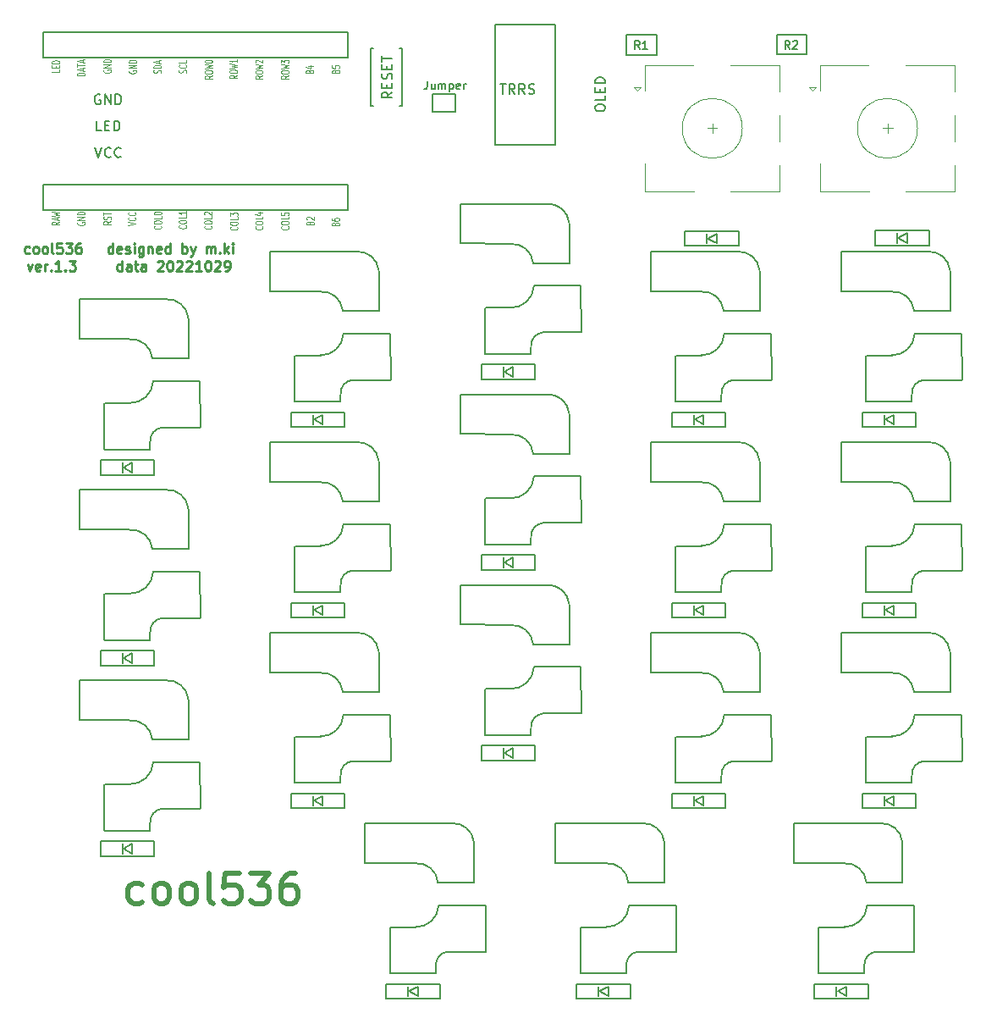
<source format=gbr>
G04 #@! TF.GenerationSoftware,KiCad,Pcbnew,(5.1.6-0-10_14)*
G04 #@! TF.CreationDate,2022-10-29T14:19:20+09:00*
G04 #@! TF.ProjectId,cool536v130,636f6f6c-3533-4367-9631-33302e6b6963,rev?*
G04 #@! TF.SameCoordinates,Original*
G04 #@! TF.FileFunction,Legend,Top*
G04 #@! TF.FilePolarity,Positive*
%FSLAX46Y46*%
G04 Gerber Fmt 4.6, Leading zero omitted, Abs format (unit mm)*
G04 Created by KiCad (PCBNEW (5.1.6-0-10_14)) date 2022-10-29 14:19:20*
%MOMM*%
%LPD*%
G01*
G04 APERTURE LIST*
%ADD10C,0.500000*%
%ADD11C,0.250000*%
%ADD12C,0.150000*%
%ADD13C,0.120000*%
%ADD14C,0.125000*%
G04 APERTURE END LIST*
D10*
X51038571Y-121754285D02*
X50752857Y-121897142D01*
X50181428Y-121897142D01*
X49895714Y-121754285D01*
X49752857Y-121611428D01*
X49610000Y-121325714D01*
X49610000Y-120468571D01*
X49752857Y-120182857D01*
X49895714Y-120040000D01*
X50181428Y-119897142D01*
X50752857Y-119897142D01*
X51038571Y-120040000D01*
X52752857Y-121897142D02*
X52467142Y-121754285D01*
X52324285Y-121611428D01*
X52181428Y-121325714D01*
X52181428Y-120468571D01*
X52324285Y-120182857D01*
X52467142Y-120040000D01*
X52752857Y-119897142D01*
X53181428Y-119897142D01*
X53467142Y-120040000D01*
X53610000Y-120182857D01*
X53752857Y-120468571D01*
X53752857Y-121325714D01*
X53610000Y-121611428D01*
X53467142Y-121754285D01*
X53181428Y-121897142D01*
X52752857Y-121897142D01*
X55467142Y-121897142D02*
X55181428Y-121754285D01*
X55038571Y-121611428D01*
X54895714Y-121325714D01*
X54895714Y-120468571D01*
X55038571Y-120182857D01*
X55181428Y-120040000D01*
X55467142Y-119897142D01*
X55895714Y-119897142D01*
X56181428Y-120040000D01*
X56324285Y-120182857D01*
X56467142Y-120468571D01*
X56467142Y-121325714D01*
X56324285Y-121611428D01*
X56181428Y-121754285D01*
X55895714Y-121897142D01*
X55467142Y-121897142D01*
X58181428Y-121897142D02*
X57895714Y-121754285D01*
X57752857Y-121468571D01*
X57752857Y-118897142D01*
X60752857Y-118897142D02*
X59324285Y-118897142D01*
X59181428Y-120325714D01*
X59324285Y-120182857D01*
X59610000Y-120040000D01*
X60324285Y-120040000D01*
X60610000Y-120182857D01*
X60752857Y-120325714D01*
X60895714Y-120611428D01*
X60895714Y-121325714D01*
X60752857Y-121611428D01*
X60610000Y-121754285D01*
X60324285Y-121897142D01*
X59610000Y-121897142D01*
X59324285Y-121754285D01*
X59181428Y-121611428D01*
X61895714Y-118897142D02*
X63752857Y-118897142D01*
X62752857Y-120040000D01*
X63181428Y-120040000D01*
X63467142Y-120182857D01*
X63610000Y-120325714D01*
X63752857Y-120611428D01*
X63752857Y-121325714D01*
X63610000Y-121611428D01*
X63467142Y-121754285D01*
X63181428Y-121897142D01*
X62324285Y-121897142D01*
X62038571Y-121754285D01*
X61895714Y-121611428D01*
X66324285Y-118897142D02*
X65752857Y-118897142D01*
X65467142Y-119040000D01*
X65324285Y-119182857D01*
X65038571Y-119611428D01*
X64895714Y-120182857D01*
X64895714Y-121325714D01*
X65038571Y-121611428D01*
X65181428Y-121754285D01*
X65467142Y-121897142D01*
X66038571Y-121897142D01*
X66324285Y-121754285D01*
X66467142Y-121611428D01*
X66610000Y-121325714D01*
X66610000Y-120611428D01*
X66467142Y-120325714D01*
X66324285Y-120182857D01*
X66038571Y-120040000D01*
X65467142Y-120040000D01*
X65181428Y-120182857D01*
X65038571Y-120325714D01*
X64895714Y-120611428D01*
D11*
X39757619Y-56859761D02*
X39662380Y-56907380D01*
X39471904Y-56907380D01*
X39376666Y-56859761D01*
X39329047Y-56812142D01*
X39281428Y-56716904D01*
X39281428Y-56431190D01*
X39329047Y-56335952D01*
X39376666Y-56288333D01*
X39471904Y-56240714D01*
X39662380Y-56240714D01*
X39757619Y-56288333D01*
X40329047Y-56907380D02*
X40233809Y-56859761D01*
X40186190Y-56812142D01*
X40138571Y-56716904D01*
X40138571Y-56431190D01*
X40186190Y-56335952D01*
X40233809Y-56288333D01*
X40329047Y-56240714D01*
X40471904Y-56240714D01*
X40567142Y-56288333D01*
X40614761Y-56335952D01*
X40662380Y-56431190D01*
X40662380Y-56716904D01*
X40614761Y-56812142D01*
X40567142Y-56859761D01*
X40471904Y-56907380D01*
X40329047Y-56907380D01*
X41233809Y-56907380D02*
X41138571Y-56859761D01*
X41090952Y-56812142D01*
X41043333Y-56716904D01*
X41043333Y-56431190D01*
X41090952Y-56335952D01*
X41138571Y-56288333D01*
X41233809Y-56240714D01*
X41376666Y-56240714D01*
X41471904Y-56288333D01*
X41519523Y-56335952D01*
X41567142Y-56431190D01*
X41567142Y-56716904D01*
X41519523Y-56812142D01*
X41471904Y-56859761D01*
X41376666Y-56907380D01*
X41233809Y-56907380D01*
X42138571Y-56907380D02*
X42043333Y-56859761D01*
X41995714Y-56764523D01*
X41995714Y-55907380D01*
X42995714Y-55907380D02*
X42519523Y-55907380D01*
X42471904Y-56383571D01*
X42519523Y-56335952D01*
X42614761Y-56288333D01*
X42852857Y-56288333D01*
X42948095Y-56335952D01*
X42995714Y-56383571D01*
X43043333Y-56478809D01*
X43043333Y-56716904D01*
X42995714Y-56812142D01*
X42948095Y-56859761D01*
X42852857Y-56907380D01*
X42614761Y-56907380D01*
X42519523Y-56859761D01*
X42471904Y-56812142D01*
X43376666Y-55907380D02*
X43995714Y-55907380D01*
X43662380Y-56288333D01*
X43805238Y-56288333D01*
X43900476Y-56335952D01*
X43948095Y-56383571D01*
X43995714Y-56478809D01*
X43995714Y-56716904D01*
X43948095Y-56812142D01*
X43900476Y-56859761D01*
X43805238Y-56907380D01*
X43519523Y-56907380D01*
X43424285Y-56859761D01*
X43376666Y-56812142D01*
X44852857Y-55907380D02*
X44662380Y-55907380D01*
X44567142Y-55955000D01*
X44519523Y-56002619D01*
X44424285Y-56145476D01*
X44376666Y-56335952D01*
X44376666Y-56716904D01*
X44424285Y-56812142D01*
X44471904Y-56859761D01*
X44567142Y-56907380D01*
X44757619Y-56907380D01*
X44852857Y-56859761D01*
X44900476Y-56812142D01*
X44948095Y-56716904D01*
X44948095Y-56478809D01*
X44900476Y-56383571D01*
X44852857Y-56335952D01*
X44757619Y-56288333D01*
X44567142Y-56288333D01*
X44471904Y-56335952D01*
X44424285Y-56383571D01*
X44376666Y-56478809D01*
X48090952Y-56907380D02*
X48090952Y-55907380D01*
X48090952Y-56859761D02*
X47995714Y-56907380D01*
X47805238Y-56907380D01*
X47710000Y-56859761D01*
X47662380Y-56812142D01*
X47614761Y-56716904D01*
X47614761Y-56431190D01*
X47662380Y-56335952D01*
X47710000Y-56288333D01*
X47805238Y-56240714D01*
X47995714Y-56240714D01*
X48090952Y-56288333D01*
X48948095Y-56859761D02*
X48852857Y-56907380D01*
X48662380Y-56907380D01*
X48567142Y-56859761D01*
X48519523Y-56764523D01*
X48519523Y-56383571D01*
X48567142Y-56288333D01*
X48662380Y-56240714D01*
X48852857Y-56240714D01*
X48948095Y-56288333D01*
X48995714Y-56383571D01*
X48995714Y-56478809D01*
X48519523Y-56574047D01*
X49376666Y-56859761D02*
X49471904Y-56907380D01*
X49662380Y-56907380D01*
X49757619Y-56859761D01*
X49805238Y-56764523D01*
X49805238Y-56716904D01*
X49757619Y-56621666D01*
X49662380Y-56574047D01*
X49519523Y-56574047D01*
X49424285Y-56526428D01*
X49376666Y-56431190D01*
X49376666Y-56383571D01*
X49424285Y-56288333D01*
X49519523Y-56240714D01*
X49662380Y-56240714D01*
X49757619Y-56288333D01*
X50233809Y-56907380D02*
X50233809Y-56240714D01*
X50233809Y-55907380D02*
X50186190Y-55955000D01*
X50233809Y-56002619D01*
X50281428Y-55955000D01*
X50233809Y-55907380D01*
X50233809Y-56002619D01*
X51138571Y-56240714D02*
X51138571Y-57050238D01*
X51090952Y-57145476D01*
X51043333Y-57193095D01*
X50948095Y-57240714D01*
X50805238Y-57240714D01*
X50710000Y-57193095D01*
X51138571Y-56859761D02*
X51043333Y-56907380D01*
X50852857Y-56907380D01*
X50757619Y-56859761D01*
X50710000Y-56812142D01*
X50662380Y-56716904D01*
X50662380Y-56431190D01*
X50710000Y-56335952D01*
X50757619Y-56288333D01*
X50852857Y-56240714D01*
X51043333Y-56240714D01*
X51138571Y-56288333D01*
X51614761Y-56240714D02*
X51614761Y-56907380D01*
X51614761Y-56335952D02*
X51662380Y-56288333D01*
X51757619Y-56240714D01*
X51900476Y-56240714D01*
X51995714Y-56288333D01*
X52043333Y-56383571D01*
X52043333Y-56907380D01*
X52900476Y-56859761D02*
X52805238Y-56907380D01*
X52614761Y-56907380D01*
X52519523Y-56859761D01*
X52471904Y-56764523D01*
X52471904Y-56383571D01*
X52519523Y-56288333D01*
X52614761Y-56240714D01*
X52805238Y-56240714D01*
X52900476Y-56288333D01*
X52948095Y-56383571D01*
X52948095Y-56478809D01*
X52471904Y-56574047D01*
X53805238Y-56907380D02*
X53805238Y-55907380D01*
X53805238Y-56859761D02*
X53710000Y-56907380D01*
X53519523Y-56907380D01*
X53424285Y-56859761D01*
X53376666Y-56812142D01*
X53329047Y-56716904D01*
X53329047Y-56431190D01*
X53376666Y-56335952D01*
X53424285Y-56288333D01*
X53519523Y-56240714D01*
X53710000Y-56240714D01*
X53805238Y-56288333D01*
X55043333Y-56907380D02*
X55043333Y-55907380D01*
X55043333Y-56288333D02*
X55138571Y-56240714D01*
X55329047Y-56240714D01*
X55424285Y-56288333D01*
X55471904Y-56335952D01*
X55519523Y-56431190D01*
X55519523Y-56716904D01*
X55471904Y-56812142D01*
X55424285Y-56859761D01*
X55329047Y-56907380D01*
X55138571Y-56907380D01*
X55043333Y-56859761D01*
X55852857Y-56240714D02*
X56090952Y-56907380D01*
X56329047Y-56240714D02*
X56090952Y-56907380D01*
X55995714Y-57145476D01*
X55948095Y-57193095D01*
X55852857Y-57240714D01*
X57471904Y-56907380D02*
X57471904Y-56240714D01*
X57471904Y-56335952D02*
X57519523Y-56288333D01*
X57614761Y-56240714D01*
X57757619Y-56240714D01*
X57852857Y-56288333D01*
X57900476Y-56383571D01*
X57900476Y-56907380D01*
X57900476Y-56383571D02*
X57948095Y-56288333D01*
X58043333Y-56240714D01*
X58186190Y-56240714D01*
X58281428Y-56288333D01*
X58329047Y-56383571D01*
X58329047Y-56907380D01*
X58805238Y-56812142D02*
X58852857Y-56859761D01*
X58805238Y-56907380D01*
X58757619Y-56859761D01*
X58805238Y-56812142D01*
X58805238Y-56907380D01*
X59281428Y-56907380D02*
X59281428Y-55907380D01*
X59376666Y-56526428D02*
X59662380Y-56907380D01*
X59662380Y-56240714D02*
X59281428Y-56621666D01*
X60090952Y-56907380D02*
X60090952Y-56240714D01*
X60090952Y-55907380D02*
X60043333Y-55955000D01*
X60090952Y-56002619D01*
X60138571Y-55955000D01*
X60090952Y-55907380D01*
X60090952Y-56002619D01*
X39567142Y-57990714D02*
X39805238Y-58657380D01*
X40043333Y-57990714D01*
X40805238Y-58609761D02*
X40710000Y-58657380D01*
X40519523Y-58657380D01*
X40424285Y-58609761D01*
X40376666Y-58514523D01*
X40376666Y-58133571D01*
X40424285Y-58038333D01*
X40519523Y-57990714D01*
X40710000Y-57990714D01*
X40805238Y-58038333D01*
X40852857Y-58133571D01*
X40852857Y-58228809D01*
X40376666Y-58324047D01*
X41281428Y-58657380D02*
X41281428Y-57990714D01*
X41281428Y-58181190D02*
X41329047Y-58085952D01*
X41376666Y-58038333D01*
X41471904Y-57990714D01*
X41567142Y-57990714D01*
X41900476Y-58562142D02*
X41948095Y-58609761D01*
X41900476Y-58657380D01*
X41852857Y-58609761D01*
X41900476Y-58562142D01*
X41900476Y-58657380D01*
X42900476Y-58657380D02*
X42329047Y-58657380D01*
X42614761Y-58657380D02*
X42614761Y-57657380D01*
X42519523Y-57800238D01*
X42424285Y-57895476D01*
X42329047Y-57943095D01*
X43329047Y-58562142D02*
X43376666Y-58609761D01*
X43329047Y-58657380D01*
X43281428Y-58609761D01*
X43329047Y-58562142D01*
X43329047Y-58657380D01*
X43710000Y-57657380D02*
X44329047Y-57657380D01*
X43995714Y-58038333D01*
X44138571Y-58038333D01*
X44233809Y-58085952D01*
X44281428Y-58133571D01*
X44329047Y-58228809D01*
X44329047Y-58466904D01*
X44281428Y-58562142D01*
X44233809Y-58609761D01*
X44138571Y-58657380D01*
X43852857Y-58657380D01*
X43757619Y-58609761D01*
X43710000Y-58562142D01*
X48995714Y-58657380D02*
X48995714Y-57657380D01*
X48995714Y-58609761D02*
X48900476Y-58657380D01*
X48710000Y-58657380D01*
X48614761Y-58609761D01*
X48567142Y-58562142D01*
X48519523Y-58466904D01*
X48519523Y-58181190D01*
X48567142Y-58085952D01*
X48614761Y-58038333D01*
X48710000Y-57990714D01*
X48900476Y-57990714D01*
X48995714Y-58038333D01*
X49900476Y-58657380D02*
X49900476Y-58133571D01*
X49852857Y-58038333D01*
X49757619Y-57990714D01*
X49567142Y-57990714D01*
X49471904Y-58038333D01*
X49900476Y-58609761D02*
X49805238Y-58657380D01*
X49567142Y-58657380D01*
X49471904Y-58609761D01*
X49424285Y-58514523D01*
X49424285Y-58419285D01*
X49471904Y-58324047D01*
X49567142Y-58276428D01*
X49805238Y-58276428D01*
X49900476Y-58228809D01*
X50233809Y-57990714D02*
X50614761Y-57990714D01*
X50376666Y-57657380D02*
X50376666Y-58514523D01*
X50424285Y-58609761D01*
X50519523Y-58657380D01*
X50614761Y-58657380D01*
X51376666Y-58657380D02*
X51376666Y-58133571D01*
X51329047Y-58038333D01*
X51233809Y-57990714D01*
X51043333Y-57990714D01*
X50948095Y-58038333D01*
X51376666Y-58609761D02*
X51281428Y-58657380D01*
X51043333Y-58657380D01*
X50948095Y-58609761D01*
X50900476Y-58514523D01*
X50900476Y-58419285D01*
X50948095Y-58324047D01*
X51043333Y-58276428D01*
X51281428Y-58276428D01*
X51376666Y-58228809D01*
X52567142Y-57752619D02*
X52614761Y-57705000D01*
X52710000Y-57657380D01*
X52948095Y-57657380D01*
X53043333Y-57705000D01*
X53090952Y-57752619D01*
X53138571Y-57847857D01*
X53138571Y-57943095D01*
X53090952Y-58085952D01*
X52519523Y-58657380D01*
X53138571Y-58657380D01*
X53757619Y-57657380D02*
X53852857Y-57657380D01*
X53948095Y-57705000D01*
X53995714Y-57752619D01*
X54043333Y-57847857D01*
X54090952Y-58038333D01*
X54090952Y-58276428D01*
X54043333Y-58466904D01*
X53995714Y-58562142D01*
X53948095Y-58609761D01*
X53852857Y-58657380D01*
X53757619Y-58657380D01*
X53662380Y-58609761D01*
X53614761Y-58562142D01*
X53567142Y-58466904D01*
X53519523Y-58276428D01*
X53519523Y-58038333D01*
X53567142Y-57847857D01*
X53614761Y-57752619D01*
X53662380Y-57705000D01*
X53757619Y-57657380D01*
X54471904Y-57752619D02*
X54519523Y-57705000D01*
X54614761Y-57657380D01*
X54852857Y-57657380D01*
X54948095Y-57705000D01*
X54995714Y-57752619D01*
X55043333Y-57847857D01*
X55043333Y-57943095D01*
X54995714Y-58085952D01*
X54424285Y-58657380D01*
X55043333Y-58657380D01*
X55424285Y-57752619D02*
X55471904Y-57705000D01*
X55567142Y-57657380D01*
X55805238Y-57657380D01*
X55900476Y-57705000D01*
X55948095Y-57752619D01*
X55995714Y-57847857D01*
X55995714Y-57943095D01*
X55948095Y-58085952D01*
X55376666Y-58657380D01*
X55995714Y-58657380D01*
X56948095Y-58657380D02*
X56376666Y-58657380D01*
X56662380Y-58657380D02*
X56662380Y-57657380D01*
X56567142Y-57800238D01*
X56471904Y-57895476D01*
X56376666Y-57943095D01*
X57567142Y-57657380D02*
X57662380Y-57657380D01*
X57757619Y-57705000D01*
X57805238Y-57752619D01*
X57852857Y-57847857D01*
X57900476Y-58038333D01*
X57900476Y-58276428D01*
X57852857Y-58466904D01*
X57805238Y-58562142D01*
X57757619Y-58609761D01*
X57662380Y-58657380D01*
X57567142Y-58657380D01*
X57471904Y-58609761D01*
X57424285Y-58562142D01*
X57376666Y-58466904D01*
X57329047Y-58276428D01*
X57329047Y-58038333D01*
X57376666Y-57847857D01*
X57424285Y-57752619D01*
X57471904Y-57705000D01*
X57567142Y-57657380D01*
X58281428Y-57752619D02*
X58329047Y-57705000D01*
X58424285Y-57657380D01*
X58662380Y-57657380D01*
X58757619Y-57705000D01*
X58805238Y-57752619D01*
X58852857Y-57847857D01*
X58852857Y-57943095D01*
X58805238Y-58085952D01*
X58233809Y-58657380D01*
X58852857Y-58657380D01*
X59329047Y-58657380D02*
X59519523Y-58657380D01*
X59614761Y-58609761D01*
X59662380Y-58562142D01*
X59757619Y-58419285D01*
X59805238Y-58228809D01*
X59805238Y-57847857D01*
X59757619Y-57752619D01*
X59710000Y-57705000D01*
X59614761Y-57657380D01*
X59424285Y-57657380D01*
X59329047Y-57705000D01*
X59281428Y-57752619D01*
X59233809Y-57847857D01*
X59233809Y-58085952D01*
X59281428Y-58181190D01*
X59329047Y-58228809D01*
X59424285Y-58276428D01*
X59614761Y-58276428D01*
X59710000Y-58228809D01*
X59757619Y-58181190D01*
X59805238Y-58085952D01*
D12*
X93750000Y-95974000D02*
X90140000Y-95974000D01*
X93750000Y-92020000D02*
X93750000Y-95965000D01*
X82850000Y-90066000D02*
X91475000Y-90066000D01*
X82850000Y-93974000D02*
X82850000Y-90066000D01*
X82850000Y-94020000D02*
X87900000Y-94066000D01*
X85375000Y-105095000D02*
X89925000Y-105095000D01*
X85375000Y-100445000D02*
X87925000Y-100445000D01*
X90225000Y-98245000D02*
X94925000Y-98245000D01*
X91150000Y-102895000D02*
X94925000Y-102895000D01*
X85350000Y-100470000D02*
X85350000Y-105070000D01*
X94925000Y-98270000D02*
X94950000Y-102870000D01*
X89930000Y-104370000D02*
X89930000Y-105070000D01*
X89930000Y-104320000D02*
G75*
G02*
X91150000Y-102900000I1320000J100000D01*
G01*
X90220000Y-98270000D02*
G75*
G02*
X87850000Y-100440000I-2270000J100000D01*
G01*
X90135000Y-95950000D02*
G75*
G03*
X87875000Y-94070000I-2070000J-190000D01*
G01*
X93739000Y-91950000D02*
G75*
G03*
X91475000Y-90066000I-2074000J-190000D01*
G01*
X51830000Y-94845000D02*
X51830000Y-95545000D01*
X56825000Y-88745000D02*
X56850000Y-93345000D01*
X47250000Y-90945000D02*
X47250000Y-95545000D01*
X53050000Y-93370000D02*
X56825000Y-93370000D01*
X52125000Y-88720000D02*
X56825000Y-88720000D01*
X47275000Y-90920000D02*
X49825000Y-90920000D01*
X47275000Y-95570000D02*
X51825000Y-95570000D01*
X44750000Y-84495000D02*
X49800000Y-84541000D01*
X44750000Y-84449000D02*
X44750000Y-80541000D01*
X44750000Y-80541000D02*
X53375000Y-80541000D01*
X55650000Y-82495000D02*
X55650000Y-86440000D01*
X55650000Y-86449000D02*
X52040000Y-86449000D01*
X55639000Y-82425000D02*
G75*
G03*
X53375000Y-80541000I-2074000J-190000D01*
G01*
X52035000Y-86425000D02*
G75*
G03*
X49775000Y-84545000I-2070000J-190000D01*
G01*
X52120000Y-88745000D02*
G75*
G02*
X49750000Y-90915000I-2270000J100000D01*
G01*
X51830000Y-94795000D02*
G75*
G02*
X53050000Y-93375000I1320000J100000D01*
G01*
X99455000Y-128182500D02*
X99455000Y-128882500D01*
X104450000Y-122082500D02*
X104475000Y-126682500D01*
X94875000Y-124282500D02*
X94875000Y-128882500D01*
X100675000Y-126707500D02*
X104450000Y-126707500D01*
X99750000Y-122057500D02*
X104450000Y-122057500D01*
X94900000Y-124257500D02*
X97450000Y-124257500D01*
X94900000Y-128907500D02*
X99450000Y-128907500D01*
X92375000Y-117832500D02*
X97425000Y-117878500D01*
X92375000Y-117786500D02*
X92375000Y-113878500D01*
X92375000Y-113878500D02*
X101000000Y-113878500D01*
X103275000Y-115832500D02*
X103275000Y-119777500D01*
X103275000Y-119786500D02*
X99665000Y-119786500D01*
X103264000Y-115762500D02*
G75*
G03*
X101000000Y-113878500I-2074000J-190000D01*
G01*
X99660000Y-119762500D02*
G75*
G03*
X97400000Y-117882500I-2070000J-190000D01*
G01*
X99745000Y-122082500D02*
G75*
G02*
X97375000Y-124252500I-2270000J100000D01*
G01*
X99455000Y-128132500D02*
G75*
G02*
X100675000Y-126712500I1320000J100000D01*
G01*
X73860000Y-36440000D02*
X73860000Y-42140000D01*
X73860000Y-42140000D02*
X74110000Y-42140000D01*
X73860000Y-36440000D02*
X74110000Y-36440000D01*
X77060000Y-36440000D02*
X76810000Y-36440000D01*
X77060000Y-36440000D02*
X77060000Y-42140000D01*
X77060000Y-42140000D02*
X76810000Y-42140000D01*
X74700000Y-81686500D02*
X71090000Y-81686500D01*
X74700000Y-77732500D02*
X74700000Y-81677500D01*
X63800000Y-75778500D02*
X72425000Y-75778500D01*
X63800000Y-79686500D02*
X63800000Y-75778500D01*
X63800000Y-79732500D02*
X68850000Y-79778500D01*
X66325000Y-90807500D02*
X70875000Y-90807500D01*
X66325000Y-86157500D02*
X68875000Y-86157500D01*
X71175000Y-83957500D02*
X75875000Y-83957500D01*
X72100000Y-88607500D02*
X75875000Y-88607500D01*
X66300000Y-86182500D02*
X66300000Y-90782500D01*
X75875000Y-83982500D02*
X75900000Y-88582500D01*
X70880000Y-90082500D02*
X70880000Y-90782500D01*
X70880000Y-90032500D02*
G75*
G02*
X72100000Y-88612500I1320000J100000D01*
G01*
X71170000Y-83982500D02*
G75*
G02*
X68800000Y-86152500I-2270000J100000D01*
G01*
X71085000Y-81662500D02*
G75*
G03*
X68825000Y-79782500I-2070000J-190000D01*
G01*
X74689000Y-77662500D02*
G75*
G03*
X72425000Y-75778500I-2074000J-190000D01*
G01*
X68200000Y-73532499D02*
X69100000Y-74032499D01*
X69100000Y-74032499D02*
X69100000Y-73032499D01*
X69100000Y-73032499D02*
X68200000Y-73532499D01*
X68100000Y-74032499D02*
X68100000Y-73032499D01*
X71300000Y-74282499D02*
X65900000Y-74282499D01*
X65900000Y-74282499D02*
X65900000Y-72782499D01*
X65900000Y-72782499D02*
X71300000Y-72782499D01*
X71300000Y-72782499D02*
X71300000Y-74282499D01*
X120588000Y-130682500D02*
X121488000Y-131182500D01*
X121488000Y-131182500D02*
X121488000Y-130182500D01*
X121488000Y-130182500D02*
X120588000Y-130682500D01*
X120488000Y-131182500D02*
X120488000Y-130182500D01*
X123688000Y-131432500D02*
X118288000Y-131432500D01*
X118288000Y-131432500D02*
X118288000Y-129932500D01*
X118288000Y-129932500D02*
X123688000Y-129932500D01*
X123688000Y-129932500D02*
X123688000Y-131432500D01*
X107620000Y-55420000D02*
X108520000Y-54920000D01*
X108520000Y-54920000D02*
X108520000Y-55920000D01*
X108520000Y-55920000D02*
X107620000Y-55420000D01*
X107520000Y-54920000D02*
X107520000Y-55920000D01*
X110720000Y-54670000D02*
X105320000Y-54670000D01*
X105320000Y-54670000D02*
X105320000Y-56170000D01*
X105320000Y-56170000D02*
X110720000Y-56170000D01*
X110720000Y-56170000D02*
X110720000Y-54670000D01*
X125350000Y-73532499D02*
X126250000Y-74032499D01*
X126250000Y-74032499D02*
X126250000Y-73032499D01*
X126250000Y-73032499D02*
X125350000Y-73532499D01*
X125250000Y-74032499D02*
X125250000Y-73032499D01*
X128450000Y-74282499D02*
X123050000Y-74282499D01*
X123050000Y-74282499D02*
X123050000Y-72782499D01*
X123050000Y-72782499D02*
X128450000Y-72782499D01*
X128450000Y-72782499D02*
X128450000Y-74282499D01*
X86350000Y-34070000D02*
X92350000Y-34070000D01*
X92350000Y-34070000D02*
X92350000Y-46070000D01*
X92350000Y-46070000D02*
X86350000Y-46070000D01*
X86350000Y-46070000D02*
X86350000Y-34070000D01*
X70880000Y-109132500D02*
X70880000Y-109832500D01*
X75875000Y-103032500D02*
X75900000Y-107632500D01*
X66300000Y-105232500D02*
X66300000Y-109832500D01*
X72100000Y-107657500D02*
X75875000Y-107657500D01*
X71175000Y-103007500D02*
X75875000Y-103007500D01*
X66325000Y-105207500D02*
X68875000Y-105207500D01*
X66325000Y-109857500D02*
X70875000Y-109857500D01*
X63800000Y-98782500D02*
X68850000Y-98828500D01*
X63800000Y-98736500D02*
X63800000Y-94828500D01*
X63800000Y-94828500D02*
X72425000Y-94828500D01*
X74700000Y-96782500D02*
X74700000Y-100727500D01*
X74700000Y-100736500D02*
X71090000Y-100736500D01*
X74689000Y-96712500D02*
G75*
G03*
X72425000Y-94828500I-2074000J-190000D01*
G01*
X71085000Y-100712500D02*
G75*
G03*
X68825000Y-98832500I-2070000J-190000D01*
G01*
X71170000Y-103032500D02*
G75*
G02*
X68800000Y-105202500I-2270000J100000D01*
G01*
X70880000Y-109082500D02*
G75*
G02*
X72100000Y-107662500I1320000J100000D01*
G01*
X112800000Y-100736500D02*
X109190000Y-100736500D01*
X112800000Y-96782500D02*
X112800000Y-100727500D01*
X101900000Y-94828500D02*
X110525000Y-94828500D01*
X101900000Y-98736500D02*
X101900000Y-94828500D01*
X101900000Y-98782500D02*
X106950000Y-98828500D01*
X104425000Y-109857500D02*
X108975000Y-109857500D01*
X104425000Y-105207500D02*
X106975000Y-105207500D01*
X109275000Y-103007500D02*
X113975000Y-103007500D01*
X110200000Y-107657500D02*
X113975000Y-107657500D01*
X104400000Y-105232500D02*
X104400000Y-109832500D01*
X113975000Y-103032500D02*
X114000000Y-107632500D01*
X108980000Y-109132500D02*
X108980000Y-109832500D01*
X108980000Y-109082500D02*
G75*
G02*
X110200000Y-107662500I1320000J100000D01*
G01*
X109270000Y-103032500D02*
G75*
G02*
X106900000Y-105202500I-2270000J100000D01*
G01*
X109185000Y-100712500D02*
G75*
G03*
X106925000Y-98832500I-2070000J-190000D01*
G01*
X112789000Y-96712500D02*
G75*
G03*
X110525000Y-94828500I-2074000J-190000D01*
G01*
X71632000Y-37323600D02*
X41152000Y-37323600D01*
X71632000Y-34783600D02*
X71632000Y-37323600D01*
X41152000Y-34783600D02*
X71632000Y-34783600D01*
X41152000Y-37323600D02*
X41152000Y-34783600D01*
X71632000Y-52543600D02*
X41152000Y-52543600D01*
X71632000Y-50003600D02*
X71632000Y-52543600D01*
X41152000Y-50003600D02*
X71632000Y-50003600D01*
X41152000Y-52543600D02*
X41152000Y-50003600D01*
X49150000Y-78295000D02*
X50050000Y-78795000D01*
X50050000Y-78795000D02*
X50050000Y-77795000D01*
X50050000Y-77795000D02*
X49150000Y-78295000D01*
X49050000Y-78795000D02*
X49050000Y-77795000D01*
X52250000Y-79045000D02*
X46850000Y-79045000D01*
X46850000Y-79045000D02*
X46850000Y-77545000D01*
X46850000Y-77545000D02*
X52250000Y-77545000D01*
X52250000Y-77545000D02*
X52250000Y-79045000D01*
X127088000Y-119786500D02*
X123478000Y-119786500D01*
X127088000Y-115832500D02*
X127088000Y-119777500D01*
X116188000Y-113878500D02*
X124813000Y-113878500D01*
X116188000Y-117786500D02*
X116188000Y-113878500D01*
X116188000Y-117832500D02*
X121238000Y-117878500D01*
X118713000Y-128907500D02*
X123263000Y-128907500D01*
X118713000Y-124257500D02*
X121263000Y-124257500D01*
X123563000Y-122057500D02*
X128263000Y-122057500D01*
X124488000Y-126707500D02*
X128263000Y-126707500D01*
X118688000Y-124282500D02*
X118688000Y-128882500D01*
X128263000Y-122082500D02*
X128288000Y-126682500D01*
X123268000Y-128182500D02*
X123268000Y-128882500D01*
X123268000Y-128132500D02*
G75*
G02*
X124488000Y-126712500I1320000J100000D01*
G01*
X123558000Y-122082500D02*
G75*
G02*
X121188000Y-124252500I-2270000J100000D01*
G01*
X123473000Y-119762500D02*
G75*
G03*
X121213000Y-117882500I-2070000J-190000D01*
G01*
X127077000Y-115762500D02*
G75*
G03*
X124813000Y-113878500I-2074000J-190000D01*
G01*
X131850000Y-62636499D02*
X128240000Y-62636499D01*
X131850000Y-58682499D02*
X131850000Y-62627499D01*
X120950000Y-56728499D02*
X129575000Y-56728499D01*
X120950000Y-60636499D02*
X120950000Y-56728499D01*
X120950000Y-60682499D02*
X126000000Y-60728499D01*
X123475000Y-71757499D02*
X128025000Y-71757499D01*
X123475000Y-67107499D02*
X126025000Y-67107499D01*
X128325000Y-64907499D02*
X133025000Y-64907499D01*
X129250000Y-69557499D02*
X133025000Y-69557499D01*
X123450000Y-67132499D02*
X123450000Y-71732499D01*
X133025000Y-64932499D02*
X133050000Y-69532499D01*
X128030000Y-71032499D02*
X128030000Y-71732499D01*
X128030000Y-70982499D02*
G75*
G02*
X129250000Y-69562499I1320000J100000D01*
G01*
X128320000Y-64932499D02*
G75*
G02*
X125950000Y-67102499I-2270000J100000D01*
G01*
X128235000Y-62612499D02*
G75*
G03*
X125975000Y-60732499I-2070000J-190000D01*
G01*
X131839000Y-58612499D02*
G75*
G03*
X129575000Y-56728499I-2074000J-190000D01*
G01*
D13*
X107560000Y-44410000D02*
X108560000Y-44410000D01*
X108060000Y-43910000D02*
X108060000Y-44910000D01*
X114760000Y-48110000D02*
X114760000Y-50710000D01*
X114760000Y-43110000D02*
X114760000Y-45710000D01*
X114760000Y-38110000D02*
X114760000Y-40710000D01*
X100860000Y-40310000D02*
X100560000Y-40610000D01*
X100260000Y-40310000D02*
X100860000Y-40310000D01*
X100560000Y-40610000D02*
X100260000Y-40310000D01*
X101360000Y-38110000D02*
X101360000Y-40610000D01*
X106160000Y-38110000D02*
X101360000Y-38110000D01*
X101360000Y-50710000D02*
X101360000Y-47910000D01*
X106260000Y-50710000D02*
X101360000Y-50710000D01*
X114760000Y-50710000D02*
X109860000Y-50710000D01*
X109860000Y-38110000D02*
X114760000Y-38110000D01*
X111060000Y-44410000D02*
G75*
G03*
X111060000Y-44410000I-3000000J0D01*
G01*
D12*
X108980000Y-71032499D02*
X108980000Y-71732499D01*
X113975000Y-64932499D02*
X114000000Y-69532499D01*
X104400000Y-67132499D02*
X104400000Y-71732499D01*
X110200000Y-69557499D02*
X113975000Y-69557499D01*
X109275000Y-64907499D02*
X113975000Y-64907499D01*
X104425000Y-67107499D02*
X106975000Y-67107499D01*
X104425000Y-71757499D02*
X108975000Y-71757499D01*
X101900000Y-60682499D02*
X106950000Y-60728499D01*
X101900000Y-60636499D02*
X101900000Y-56728499D01*
X101900000Y-56728499D02*
X110525000Y-56728499D01*
X112800000Y-58682499D02*
X112800000Y-62627499D01*
X112800000Y-62636499D02*
X109190000Y-62636499D01*
X112789000Y-58612499D02*
G75*
G03*
X110525000Y-56728499I-2074000J-190000D01*
G01*
X109185000Y-62612499D02*
G75*
G03*
X106925000Y-60732499I-2070000J-190000D01*
G01*
X109270000Y-64932499D02*
G75*
G02*
X106900000Y-67102499I-2270000J100000D01*
G01*
X108980000Y-70982499D02*
G75*
G02*
X110200000Y-69562499I1320000J100000D01*
G01*
X51830000Y-75795000D02*
X51830000Y-76495000D01*
X56825000Y-69695000D02*
X56850000Y-74295000D01*
X47250000Y-71895000D02*
X47250000Y-76495000D01*
X53050000Y-74320000D02*
X56825000Y-74320000D01*
X52125000Y-69670000D02*
X56825000Y-69670000D01*
X47275000Y-71870000D02*
X49825000Y-71870000D01*
X47275000Y-76520000D02*
X51825000Y-76520000D01*
X44750000Y-65445000D02*
X49800000Y-65491000D01*
X44750000Y-65399000D02*
X44750000Y-61491000D01*
X44750000Y-61491000D02*
X53375000Y-61491000D01*
X55650000Y-63445000D02*
X55650000Y-67390000D01*
X55650000Y-67399000D02*
X52040000Y-67399000D01*
X55639000Y-63375000D02*
G75*
G03*
X53375000Y-61491000I-2074000J-190000D01*
G01*
X52035000Y-67375000D02*
G75*
G03*
X49775000Y-65495000I-2070000J-190000D01*
G01*
X52120000Y-69695000D02*
G75*
G02*
X49750000Y-71865000I-2270000J100000D01*
G01*
X51830000Y-75745000D02*
G75*
G02*
X53050000Y-74325000I1320000J100000D01*
G01*
X96775000Y-130682500D02*
X97675000Y-131182500D01*
X97675000Y-131182500D02*
X97675000Y-130182500D01*
X97675000Y-130182500D02*
X96775000Y-130682500D01*
X96675000Y-131182500D02*
X96675000Y-130182500D01*
X99875000Y-131432500D02*
X94475000Y-131432500D01*
X94475000Y-131432500D02*
X94475000Y-129932500D01*
X94475000Y-129932500D02*
X99875000Y-129932500D01*
X99875000Y-129932500D02*
X99875000Y-131432500D01*
X112800000Y-81686500D02*
X109190000Y-81686500D01*
X112800000Y-77732500D02*
X112800000Y-81677500D01*
X101900000Y-75778500D02*
X110525000Y-75778500D01*
X101900000Y-79686500D02*
X101900000Y-75778500D01*
X101900000Y-79732500D02*
X106950000Y-79778500D01*
X104425000Y-90807500D02*
X108975000Y-90807500D01*
X104425000Y-86157500D02*
X106975000Y-86157500D01*
X109275000Y-83957500D02*
X113975000Y-83957500D01*
X110200000Y-88607500D02*
X113975000Y-88607500D01*
X104400000Y-86182500D02*
X104400000Y-90782500D01*
X113975000Y-83982500D02*
X114000000Y-88582500D01*
X108980000Y-90082500D02*
X108980000Y-90782500D01*
X108980000Y-90032500D02*
G75*
G02*
X110200000Y-88612500I1320000J100000D01*
G01*
X109270000Y-83982500D02*
G75*
G02*
X106900000Y-86152500I-2270000J100000D01*
G01*
X109185000Y-81662500D02*
G75*
G03*
X106925000Y-79782500I-2070000J-190000D01*
G01*
X112789000Y-77662500D02*
G75*
G03*
X110525000Y-75778500I-2074000J-190000D01*
G01*
X87250000Y-87820000D02*
X88150000Y-88320000D01*
X88150000Y-88320000D02*
X88150000Y-87320000D01*
X88150000Y-87320000D02*
X87250000Y-87820000D01*
X87150000Y-88320000D02*
X87150000Y-87320000D01*
X90350000Y-88570000D02*
X84950000Y-88570000D01*
X84950000Y-88570000D02*
X84950000Y-87070000D01*
X84950000Y-87070000D02*
X90350000Y-87070000D01*
X90350000Y-87070000D02*
X90350000Y-88570000D01*
X77725000Y-130682500D02*
X78625000Y-131182500D01*
X78625000Y-131182500D02*
X78625000Y-130182500D01*
X78625000Y-130182500D02*
X77725000Y-130682500D01*
X77625000Y-131182500D02*
X77625000Y-130182500D01*
X80825000Y-131432500D02*
X75425000Y-131432500D01*
X75425000Y-131432500D02*
X75425000Y-129932500D01*
X75425000Y-129932500D02*
X80825000Y-129932500D01*
X80825000Y-129932500D02*
X80825000Y-131432500D01*
X70880000Y-71032499D02*
X70880000Y-71732499D01*
X75875000Y-64932499D02*
X75900000Y-69532499D01*
X66300000Y-67132499D02*
X66300000Y-71732499D01*
X72100000Y-69557499D02*
X75875000Y-69557499D01*
X71175000Y-64907499D02*
X75875000Y-64907499D01*
X66325000Y-67107499D02*
X68875000Y-67107499D01*
X66325000Y-71757499D02*
X70875000Y-71757499D01*
X63800000Y-60682499D02*
X68850000Y-60728499D01*
X63800000Y-60636499D02*
X63800000Y-56728499D01*
X63800000Y-56728499D02*
X72425000Y-56728499D01*
X74700000Y-58682499D02*
X74700000Y-62627499D01*
X74700000Y-62636499D02*
X71090000Y-62636499D01*
X74689000Y-58612499D02*
G75*
G03*
X72425000Y-56728499I-2074000J-190000D01*
G01*
X71085000Y-62612499D02*
G75*
G03*
X68825000Y-60732499I-2070000J-190000D01*
G01*
X71170000Y-64932499D02*
G75*
G02*
X68800000Y-67102499I-2270000J100000D01*
G01*
X70880000Y-70982499D02*
G75*
G02*
X72100000Y-69562499I1320000J100000D01*
G01*
X55650000Y-105499000D02*
X52040000Y-105499000D01*
X55650000Y-101545000D02*
X55650000Y-105490000D01*
X44750000Y-99591000D02*
X53375000Y-99591000D01*
X44750000Y-103499000D02*
X44750000Y-99591000D01*
X44750000Y-103545000D02*
X49800000Y-103591000D01*
X47275000Y-114620000D02*
X51825000Y-114620000D01*
X47275000Y-109970000D02*
X49825000Y-109970000D01*
X52125000Y-107770000D02*
X56825000Y-107770000D01*
X53050000Y-112420000D02*
X56825000Y-112420000D01*
X47250000Y-109995000D02*
X47250000Y-114595000D01*
X56825000Y-107795000D02*
X56850000Y-112395000D01*
X51830000Y-113895000D02*
X51830000Y-114595000D01*
X51830000Y-113845000D02*
G75*
G02*
X53050000Y-112425000I1320000J100000D01*
G01*
X52120000Y-107795000D02*
G75*
G02*
X49750000Y-109965000I-2270000J100000D01*
G01*
X52035000Y-105475000D02*
G75*
G03*
X49775000Y-103595000I-2070000J-190000D01*
G01*
X55639000Y-101475000D02*
G75*
G03*
X53375000Y-99591000I-2074000J-190000D01*
G01*
X125350000Y-111632500D02*
X126250000Y-112132500D01*
X126250000Y-112132500D02*
X126250000Y-111132500D01*
X126250000Y-111132500D02*
X125350000Y-111632500D01*
X125250000Y-112132500D02*
X125250000Y-111132500D01*
X128450000Y-112382500D02*
X123050000Y-112382500D01*
X123050000Y-112382500D02*
X123050000Y-110882500D01*
X123050000Y-110882500D02*
X128450000Y-110882500D01*
X128450000Y-110882500D02*
X128450000Y-112382500D01*
X93750000Y-76924000D02*
X90140000Y-76924000D01*
X93750000Y-72970000D02*
X93750000Y-76915000D01*
X82850000Y-71016000D02*
X91475000Y-71016000D01*
X82850000Y-74924000D02*
X82850000Y-71016000D01*
X82850000Y-74970000D02*
X87900000Y-75016000D01*
X85375000Y-86045000D02*
X89925000Y-86045000D01*
X85375000Y-81395000D02*
X87925000Y-81395000D01*
X90225000Y-79195000D02*
X94925000Y-79195000D01*
X91150000Y-83845000D02*
X94925000Y-83845000D01*
X85350000Y-81420000D02*
X85350000Y-86020000D01*
X94925000Y-79220000D02*
X94950000Y-83820000D01*
X89930000Y-85320000D02*
X89930000Y-86020000D01*
X89930000Y-85270000D02*
G75*
G02*
X91150000Y-83850000I1320000J100000D01*
G01*
X90220000Y-79220000D02*
G75*
G02*
X87850000Y-81390000I-2270000J100000D01*
G01*
X90135000Y-76900000D02*
G75*
G03*
X87875000Y-75020000I-2070000J-190000D01*
G01*
X93739000Y-72900000D02*
G75*
G03*
X91475000Y-71016000I-2074000J-190000D01*
G01*
X106300000Y-111632500D02*
X107200000Y-112132500D01*
X107200000Y-112132500D02*
X107200000Y-111132500D01*
X107200000Y-111132500D02*
X106300000Y-111632500D01*
X106200000Y-112132500D02*
X106200000Y-111132500D01*
X109400000Y-112382500D02*
X104000000Y-112382500D01*
X104000000Y-112382500D02*
X104000000Y-110882500D01*
X104000000Y-110882500D02*
X109400000Y-110882500D01*
X109400000Y-110882500D02*
X109400000Y-112382500D01*
D13*
X125090000Y-44410000D02*
X126090000Y-44410000D01*
X125590000Y-43910000D02*
X125590000Y-44910000D01*
X132290000Y-48110000D02*
X132290000Y-50710000D01*
X132290000Y-43110000D02*
X132290000Y-45710000D01*
X132290000Y-38110000D02*
X132290000Y-40710000D01*
X118390000Y-40310000D02*
X118090000Y-40610000D01*
X117790000Y-40310000D02*
X118390000Y-40310000D01*
X118090000Y-40610000D02*
X117790000Y-40310000D01*
X118890000Y-38110000D02*
X118890000Y-40610000D01*
X123690000Y-38110000D02*
X118890000Y-38110000D01*
X118890000Y-50710000D02*
X118890000Y-47910000D01*
X123790000Y-50710000D02*
X118890000Y-50710000D01*
X132290000Y-50710000D02*
X127390000Y-50710000D01*
X127390000Y-38110000D02*
X132290000Y-38110000D01*
X128590000Y-44410000D02*
G75*
G03*
X128590000Y-44410000I-3000000J0D01*
G01*
D12*
X131850000Y-81686500D02*
X128240000Y-81686500D01*
X131850000Y-77732500D02*
X131850000Y-81677500D01*
X120950000Y-75778500D02*
X129575000Y-75778500D01*
X120950000Y-79686500D02*
X120950000Y-75778500D01*
X120950000Y-79732500D02*
X126000000Y-79778500D01*
X123475000Y-90807500D02*
X128025000Y-90807500D01*
X123475000Y-86157500D02*
X126025000Y-86157500D01*
X128325000Y-83957500D02*
X133025000Y-83957500D01*
X129250000Y-88607500D02*
X133025000Y-88607500D01*
X123450000Y-86182500D02*
X123450000Y-90782500D01*
X133025000Y-83982500D02*
X133050000Y-88582500D01*
X128030000Y-90082500D02*
X128030000Y-90782500D01*
X128030000Y-90032500D02*
G75*
G02*
X129250000Y-88612500I1320000J100000D01*
G01*
X128320000Y-83982500D02*
G75*
G02*
X125950000Y-86152500I-2270000J100000D01*
G01*
X128235000Y-81662500D02*
G75*
G03*
X125975000Y-79782500I-2070000J-190000D01*
G01*
X131839000Y-77662500D02*
G75*
G03*
X129575000Y-75778500I-2074000J-190000D01*
G01*
X68200000Y-92582500D02*
X69100000Y-93082500D01*
X69100000Y-93082500D02*
X69100000Y-92082500D01*
X69100000Y-92082500D02*
X68200000Y-92582500D01*
X68100000Y-93082500D02*
X68100000Y-92082500D01*
X71300000Y-93332500D02*
X65900000Y-93332500D01*
X65900000Y-93332500D02*
X65900000Y-91832500D01*
X65900000Y-91832500D02*
X71300000Y-91832500D01*
X71300000Y-91832500D02*
X71300000Y-93332500D01*
X80405000Y-128182500D02*
X80405000Y-128882500D01*
X85400000Y-122082500D02*
X85425000Y-126682500D01*
X75825000Y-124282500D02*
X75825000Y-128882500D01*
X81625000Y-126707500D02*
X85400000Y-126707500D01*
X80700000Y-122057500D02*
X85400000Y-122057500D01*
X75850000Y-124257500D02*
X78400000Y-124257500D01*
X75850000Y-128907500D02*
X80400000Y-128907500D01*
X73325000Y-117832500D02*
X78375000Y-117878500D01*
X73325000Y-117786500D02*
X73325000Y-113878500D01*
X73325000Y-113878500D02*
X81950000Y-113878500D01*
X84225000Y-115832500D02*
X84225000Y-119777500D01*
X84225000Y-119786500D02*
X80615000Y-119786500D01*
X84214000Y-115762500D02*
G75*
G03*
X81950000Y-113878500I-2074000J-190000D01*
G01*
X80610000Y-119762500D02*
G75*
G03*
X78350000Y-117882500I-2070000J-190000D01*
G01*
X80695000Y-122082500D02*
G75*
G02*
X78325000Y-124252500I-2270000J100000D01*
G01*
X80405000Y-128132500D02*
G75*
G02*
X81625000Y-126712500I1320000J100000D01*
G01*
X131850000Y-100736500D02*
X128240000Y-100736500D01*
X131850000Y-96782500D02*
X131850000Y-100727500D01*
X120950000Y-94828500D02*
X129575000Y-94828500D01*
X120950000Y-98736500D02*
X120950000Y-94828500D01*
X120950000Y-98782500D02*
X126000000Y-98828500D01*
X123475000Y-109857500D02*
X128025000Y-109857500D01*
X123475000Y-105207500D02*
X126025000Y-105207500D01*
X128325000Y-103007500D02*
X133025000Y-103007500D01*
X129250000Y-107657500D02*
X133025000Y-107657500D01*
X123450000Y-105232500D02*
X123450000Y-109832500D01*
X133025000Y-103032500D02*
X133050000Y-107632500D01*
X128030000Y-109132500D02*
X128030000Y-109832500D01*
X128030000Y-109082500D02*
G75*
G02*
X129250000Y-107662500I1320000J100000D01*
G01*
X128320000Y-103032500D02*
G75*
G02*
X125950000Y-105202500I-2270000J100000D01*
G01*
X128235000Y-100712500D02*
G75*
G03*
X125975000Y-98832500I-2070000J-190000D01*
G01*
X131839000Y-96712500D02*
G75*
G03*
X129575000Y-94828500I-2074000J-190000D01*
G01*
X49150000Y-116395000D02*
X50050000Y-116895000D01*
X50050000Y-116895000D02*
X50050000Y-115895000D01*
X50050000Y-115895000D02*
X49150000Y-116395000D01*
X49050000Y-116895000D02*
X49050000Y-115895000D01*
X52250000Y-117145000D02*
X46850000Y-117145000D01*
X46850000Y-117145000D02*
X46850000Y-115645000D01*
X46850000Y-115645000D02*
X52250000Y-115645000D01*
X52250000Y-115645000D02*
X52250000Y-117145000D01*
X87250000Y-68770000D02*
X88150000Y-69270000D01*
X88150000Y-69270000D02*
X88150000Y-68270000D01*
X88150000Y-68270000D02*
X87250000Y-68770000D01*
X87150000Y-69270000D02*
X87150000Y-68270000D01*
X90350000Y-69520000D02*
X84950000Y-69520000D01*
X84950000Y-69520000D02*
X84950000Y-68020000D01*
X84950000Y-68020000D02*
X90350000Y-68020000D01*
X90350000Y-68020000D02*
X90350000Y-69520000D01*
X106300000Y-73532499D02*
X107200000Y-74032499D01*
X107200000Y-74032499D02*
X107200000Y-73032499D01*
X107200000Y-73032499D02*
X106300000Y-73532499D01*
X106200000Y-74032499D02*
X106200000Y-73032499D01*
X109400000Y-74282499D02*
X104000000Y-74282499D01*
X104000000Y-74282499D02*
X104000000Y-72782499D01*
X104000000Y-72782499D02*
X109400000Y-72782499D01*
X109400000Y-72782499D02*
X109400000Y-74282499D01*
X49150000Y-97345000D02*
X50050000Y-97845000D01*
X50050000Y-97845000D02*
X50050000Y-96845000D01*
X50050000Y-96845000D02*
X49150000Y-97345000D01*
X49050000Y-97845000D02*
X49050000Y-96845000D01*
X52250000Y-98095000D02*
X46850000Y-98095000D01*
X46850000Y-98095000D02*
X46850000Y-96595000D01*
X46850000Y-96595000D02*
X52250000Y-96595000D01*
X52250000Y-96595000D02*
X52250000Y-98095000D01*
X68200000Y-111632500D02*
X69100000Y-112132500D01*
X69100000Y-112132500D02*
X69100000Y-111132500D01*
X69100000Y-111132500D02*
X68200000Y-111632500D01*
X68100000Y-112132500D02*
X68100000Y-111132500D01*
X71300000Y-112382500D02*
X65900000Y-112382500D01*
X65900000Y-112382500D02*
X65900000Y-110882500D01*
X65900000Y-110882500D02*
X71300000Y-110882500D01*
X71300000Y-110882500D02*
X71300000Y-112382500D01*
X87250000Y-106870000D02*
X88150000Y-107370000D01*
X88150000Y-107370000D02*
X88150000Y-106370000D01*
X88150000Y-106370000D02*
X87250000Y-106870000D01*
X87150000Y-107370000D02*
X87150000Y-106370000D01*
X90350000Y-107620000D02*
X84950000Y-107620000D01*
X84950000Y-107620000D02*
X84950000Y-106120000D01*
X84950000Y-106120000D02*
X90350000Y-106120000D01*
X90350000Y-106120000D02*
X90350000Y-107620000D01*
X89930000Y-66270000D02*
X89930000Y-66970000D01*
X94925000Y-60170000D02*
X94950000Y-64770000D01*
X85350000Y-62370000D02*
X85350000Y-66970000D01*
X91150000Y-64795000D02*
X94925000Y-64795000D01*
X90225000Y-60145000D02*
X94925000Y-60145000D01*
X85375000Y-62345000D02*
X87925000Y-62345000D01*
X85375000Y-66995000D02*
X89925000Y-66995000D01*
X82850000Y-55920000D02*
X87900000Y-55966000D01*
X82850000Y-55874000D02*
X82850000Y-51966000D01*
X82850000Y-51966000D02*
X91475000Y-51966000D01*
X93750000Y-53920000D02*
X93750000Y-57865000D01*
X93750000Y-57874000D02*
X90140000Y-57874000D01*
X93739000Y-53850000D02*
G75*
G03*
X91475000Y-51966000I-2074000J-190000D01*
G01*
X90135000Y-57850000D02*
G75*
G03*
X87875000Y-55970000I-2070000J-190000D01*
G01*
X90220000Y-60170000D02*
G75*
G02*
X87850000Y-62340000I-2270000J100000D01*
G01*
X89930000Y-66220000D02*
G75*
G02*
X91150000Y-64800000I1320000J100000D01*
G01*
X106300000Y-92582500D02*
X107200000Y-93082500D01*
X107200000Y-93082500D02*
X107200000Y-92082500D01*
X107200000Y-92082500D02*
X106300000Y-92582500D01*
X106200000Y-93082500D02*
X106200000Y-92082500D01*
X109400000Y-93332500D02*
X104000000Y-93332500D01*
X104000000Y-93332500D02*
X104000000Y-91832500D01*
X104000000Y-91832500D02*
X109400000Y-91832500D01*
X109400000Y-91832500D02*
X109400000Y-93332500D01*
X125350000Y-92582500D02*
X126250000Y-93082500D01*
X126250000Y-93082500D02*
X126250000Y-92082500D01*
X126250000Y-92082500D02*
X125350000Y-92582500D01*
X125250000Y-93082500D02*
X125250000Y-92082500D01*
X128450000Y-93332500D02*
X123050000Y-93332500D01*
X123050000Y-93332500D02*
X123050000Y-91832500D01*
X123050000Y-91832500D02*
X128450000Y-91832500D01*
X128450000Y-91832500D02*
X128450000Y-93332500D01*
X126660000Y-55400000D02*
X127560000Y-54900000D01*
X127560000Y-54900000D02*
X127560000Y-55900000D01*
X127560000Y-55900000D02*
X126660000Y-55400000D01*
X126560000Y-54900000D02*
X126560000Y-55900000D01*
X129760000Y-54650000D02*
X124360000Y-54650000D01*
X124360000Y-54650000D02*
X124360000Y-56150000D01*
X124360000Y-56150000D02*
X129760000Y-56150000D01*
X129760000Y-56150000D02*
X129760000Y-54650000D01*
X82363000Y-41011000D02*
X82363000Y-42789000D01*
X80077000Y-41011000D02*
X82363000Y-41011000D01*
X80077000Y-42789000D02*
X80077000Y-41011000D01*
X82363000Y-42789000D02*
X80077000Y-42789000D01*
X102481140Y-37050760D02*
X102481140Y-35049240D01*
X102481140Y-35049240D02*
X99478860Y-35049240D01*
X99478860Y-35049240D02*
X99478860Y-37050760D01*
X99478860Y-37050760D02*
X102481140Y-37050760D01*
X114508860Y-37040760D02*
X117511140Y-37040760D01*
X114508860Y-35039240D02*
X114508860Y-37040760D01*
X117511140Y-35039240D02*
X114508860Y-35039240D01*
X117511140Y-37040760D02*
X117511140Y-35039240D01*
X76032380Y-40782380D02*
X75556190Y-41115714D01*
X76032380Y-41353809D02*
X75032380Y-41353809D01*
X75032380Y-40972857D01*
X75080000Y-40877619D01*
X75127619Y-40830000D01*
X75222857Y-40782380D01*
X75365714Y-40782380D01*
X75460952Y-40830000D01*
X75508571Y-40877619D01*
X75556190Y-40972857D01*
X75556190Y-41353809D01*
X75508571Y-40353809D02*
X75508571Y-40020476D01*
X76032380Y-39877619D02*
X76032380Y-40353809D01*
X75032380Y-40353809D01*
X75032380Y-39877619D01*
X75984761Y-39496666D02*
X76032380Y-39353809D01*
X76032380Y-39115714D01*
X75984761Y-39020476D01*
X75937142Y-38972857D01*
X75841904Y-38925238D01*
X75746666Y-38925238D01*
X75651428Y-38972857D01*
X75603809Y-39020476D01*
X75556190Y-39115714D01*
X75508571Y-39306190D01*
X75460952Y-39401428D01*
X75413333Y-39449047D01*
X75318095Y-39496666D01*
X75222857Y-39496666D01*
X75127619Y-39449047D01*
X75080000Y-39401428D01*
X75032380Y-39306190D01*
X75032380Y-39068095D01*
X75080000Y-38925238D01*
X75508571Y-38496666D02*
X75508571Y-38163333D01*
X76032380Y-38020476D02*
X76032380Y-38496666D01*
X75032380Y-38496666D01*
X75032380Y-38020476D01*
X75032380Y-37734761D02*
X75032380Y-37163333D01*
X76032380Y-37449047D02*
X75032380Y-37449047D01*
X86838095Y-39972380D02*
X87409523Y-39972380D01*
X87123809Y-40972380D02*
X87123809Y-39972380D01*
X88314285Y-40972380D02*
X87980952Y-40496190D01*
X87742857Y-40972380D02*
X87742857Y-39972380D01*
X88123809Y-39972380D01*
X88219047Y-40020000D01*
X88266666Y-40067619D01*
X88314285Y-40162857D01*
X88314285Y-40305714D01*
X88266666Y-40400952D01*
X88219047Y-40448571D01*
X88123809Y-40496190D01*
X87742857Y-40496190D01*
X89314285Y-40972380D02*
X88980952Y-40496190D01*
X88742857Y-40972380D02*
X88742857Y-39972380D01*
X89123809Y-39972380D01*
X89219047Y-40020000D01*
X89266666Y-40067619D01*
X89314285Y-40162857D01*
X89314285Y-40305714D01*
X89266666Y-40400952D01*
X89219047Y-40448571D01*
X89123809Y-40496190D01*
X88742857Y-40496190D01*
X89695238Y-40924761D02*
X89838095Y-40972380D01*
X90076190Y-40972380D01*
X90171428Y-40924761D01*
X90219047Y-40877142D01*
X90266666Y-40781904D01*
X90266666Y-40686666D01*
X90219047Y-40591428D01*
X90171428Y-40543809D01*
X90076190Y-40496190D01*
X89885714Y-40448571D01*
X89790476Y-40400952D01*
X89742857Y-40353333D01*
X89695238Y-40258095D01*
X89695238Y-40162857D01*
X89742857Y-40067619D01*
X89790476Y-40020000D01*
X89885714Y-39972380D01*
X90123809Y-39972380D01*
X90266666Y-40020000D01*
X96332380Y-42462380D02*
X96332380Y-42271904D01*
X96380000Y-42176666D01*
X96475238Y-42081428D01*
X96665714Y-42033809D01*
X96999047Y-42033809D01*
X97189523Y-42081428D01*
X97284761Y-42176666D01*
X97332380Y-42271904D01*
X97332380Y-42462380D01*
X97284761Y-42557619D01*
X97189523Y-42652857D01*
X96999047Y-42700476D01*
X96665714Y-42700476D01*
X96475238Y-42652857D01*
X96380000Y-42557619D01*
X96332380Y-42462380D01*
X97332380Y-41129047D02*
X97332380Y-41605238D01*
X96332380Y-41605238D01*
X96808571Y-40795714D02*
X96808571Y-40462380D01*
X97332380Y-40319523D02*
X97332380Y-40795714D01*
X96332380Y-40795714D01*
X96332380Y-40319523D01*
X97332380Y-39890952D02*
X96332380Y-39890952D01*
X96332380Y-39652857D01*
X96380000Y-39510000D01*
X96475238Y-39414761D01*
X96570476Y-39367142D01*
X96760952Y-39319523D01*
X96903809Y-39319523D01*
X97094285Y-39367142D01*
X97189523Y-39414761D01*
X97284761Y-39510000D01*
X97332380Y-39652857D01*
X97332380Y-39890952D01*
D14*
X42761285Y-53770738D02*
X42404142Y-53937404D01*
X42761285Y-54056452D02*
X42011285Y-54056452D01*
X42011285Y-53865976D01*
X42047000Y-53818357D01*
X42082714Y-53794547D01*
X42154142Y-53770738D01*
X42261285Y-53770738D01*
X42332714Y-53794547D01*
X42368428Y-53818357D01*
X42404142Y-53865976D01*
X42404142Y-54056452D01*
X42547000Y-53580261D02*
X42547000Y-53342166D01*
X42761285Y-53627880D02*
X42011285Y-53461214D01*
X42761285Y-53294547D01*
X42011285Y-53175500D02*
X42761285Y-53056452D01*
X42225571Y-52961214D01*
X42761285Y-52865976D01*
X42011285Y-52746928D01*
X42761285Y-38531428D02*
X42761285Y-38769523D01*
X42011285Y-38769523D01*
X42368428Y-38364761D02*
X42368428Y-38198095D01*
X42761285Y-38126666D02*
X42761285Y-38364761D01*
X42011285Y-38364761D01*
X42011285Y-38126666D01*
X42761285Y-37912380D02*
X42011285Y-37912380D01*
X42011285Y-37793333D01*
X42047000Y-37721904D01*
X42118428Y-37674285D01*
X42189857Y-37650476D01*
X42332714Y-37626666D01*
X42439857Y-37626666D01*
X42582714Y-37650476D01*
X42654142Y-37674285D01*
X42725571Y-37721904D01*
X42761285Y-37793333D01*
X42761285Y-37912380D01*
X44587000Y-53806452D02*
X44551285Y-53854071D01*
X44551285Y-53925500D01*
X44587000Y-53996928D01*
X44658428Y-54044547D01*
X44729857Y-54068357D01*
X44872714Y-54092166D01*
X44979857Y-54092166D01*
X45122714Y-54068357D01*
X45194142Y-54044547D01*
X45265571Y-53996928D01*
X45301285Y-53925500D01*
X45301285Y-53877880D01*
X45265571Y-53806452D01*
X45229857Y-53782642D01*
X44979857Y-53782642D01*
X44979857Y-53877880D01*
X45301285Y-53568357D02*
X44551285Y-53568357D01*
X45301285Y-53282642D01*
X44551285Y-53282642D01*
X45301285Y-53044547D02*
X44551285Y-53044547D01*
X44551285Y-52925500D01*
X44587000Y-52854071D01*
X44658428Y-52806452D01*
X44729857Y-52782642D01*
X44872714Y-52758833D01*
X44979857Y-52758833D01*
X45122714Y-52782642D01*
X45194142Y-52806452D01*
X45265571Y-52854071D01*
X45301285Y-52925500D01*
X45301285Y-53044547D01*
X45289285Y-39110000D02*
X44539285Y-39110000D01*
X44539285Y-38990952D01*
X44575000Y-38919523D01*
X44646428Y-38871904D01*
X44717857Y-38848095D01*
X44860714Y-38824285D01*
X44967857Y-38824285D01*
X45110714Y-38848095D01*
X45182142Y-38871904D01*
X45253571Y-38919523D01*
X45289285Y-38990952D01*
X45289285Y-39110000D01*
X45075000Y-38633809D02*
X45075000Y-38395714D01*
X45289285Y-38681428D02*
X44539285Y-38514761D01*
X45289285Y-38348095D01*
X44539285Y-38252857D02*
X44539285Y-37967142D01*
X45289285Y-38110000D02*
X44539285Y-38110000D01*
X45075000Y-37824285D02*
X45075000Y-37586190D01*
X45289285Y-37871904D02*
X44539285Y-37705238D01*
X45289285Y-37538571D01*
X47904785Y-53699309D02*
X47547642Y-53865976D01*
X47904785Y-53985023D02*
X47154785Y-53985023D01*
X47154785Y-53794547D01*
X47190500Y-53746928D01*
X47226214Y-53723119D01*
X47297642Y-53699309D01*
X47404785Y-53699309D01*
X47476214Y-53723119D01*
X47511928Y-53746928D01*
X47547642Y-53794547D01*
X47547642Y-53985023D01*
X47869071Y-53508833D02*
X47904785Y-53437404D01*
X47904785Y-53318357D01*
X47869071Y-53270738D01*
X47833357Y-53246928D01*
X47761928Y-53223119D01*
X47690500Y-53223119D01*
X47619071Y-53246928D01*
X47583357Y-53270738D01*
X47547642Y-53318357D01*
X47511928Y-53413595D01*
X47476214Y-53461214D01*
X47440500Y-53485023D01*
X47369071Y-53508833D01*
X47297642Y-53508833D01*
X47226214Y-53485023D01*
X47190500Y-53461214D01*
X47154785Y-53413595D01*
X47154785Y-53294547D01*
X47190500Y-53223119D01*
X47154785Y-53080261D02*
X47154785Y-52794547D01*
X47904785Y-52937404D02*
X47154785Y-52937404D01*
X47190500Y-38566452D02*
X47154785Y-38614071D01*
X47154785Y-38685500D01*
X47190500Y-38756928D01*
X47261928Y-38804547D01*
X47333357Y-38828357D01*
X47476214Y-38852166D01*
X47583357Y-38852166D01*
X47726214Y-38828357D01*
X47797642Y-38804547D01*
X47869071Y-38756928D01*
X47904785Y-38685500D01*
X47904785Y-38637880D01*
X47869071Y-38566452D01*
X47833357Y-38542642D01*
X47583357Y-38542642D01*
X47583357Y-38637880D01*
X47904785Y-38328357D02*
X47154785Y-38328357D01*
X47904785Y-38042642D01*
X47154785Y-38042642D01*
X47904785Y-37804547D02*
X47154785Y-37804547D01*
X47154785Y-37685500D01*
X47190500Y-37614071D01*
X47261928Y-37566452D01*
X47333357Y-37542642D01*
X47476214Y-37518833D01*
X47583357Y-37518833D01*
X47726214Y-37542642D01*
X47797642Y-37566452D01*
X47869071Y-37614071D01*
X47904785Y-37685500D01*
X47904785Y-37804547D01*
X49631285Y-54092166D02*
X50381285Y-53925500D01*
X49631285Y-53758833D01*
X50309857Y-53306452D02*
X50345571Y-53330261D01*
X50381285Y-53401690D01*
X50381285Y-53449309D01*
X50345571Y-53520738D01*
X50274142Y-53568357D01*
X50202714Y-53592166D01*
X50059857Y-53615976D01*
X49952714Y-53615976D01*
X49809857Y-53592166D01*
X49738428Y-53568357D01*
X49667000Y-53520738D01*
X49631285Y-53449309D01*
X49631285Y-53401690D01*
X49667000Y-53330261D01*
X49702714Y-53306452D01*
X50309857Y-52806452D02*
X50345571Y-52830261D01*
X50381285Y-52901690D01*
X50381285Y-52949309D01*
X50345571Y-53020738D01*
X50274142Y-53068357D01*
X50202714Y-53092166D01*
X50059857Y-53115976D01*
X49952714Y-53115976D01*
X49809857Y-53092166D01*
X49738428Y-53068357D01*
X49667000Y-53020738D01*
X49631285Y-52949309D01*
X49631285Y-52901690D01*
X49667000Y-52830261D01*
X49702714Y-52806452D01*
X49730500Y-38629952D02*
X49694785Y-38677571D01*
X49694785Y-38749000D01*
X49730500Y-38820428D01*
X49801928Y-38868047D01*
X49873357Y-38891857D01*
X50016214Y-38915666D01*
X50123357Y-38915666D01*
X50266214Y-38891857D01*
X50337642Y-38868047D01*
X50409071Y-38820428D01*
X50444785Y-38749000D01*
X50444785Y-38701380D01*
X50409071Y-38629952D01*
X50373357Y-38606142D01*
X50123357Y-38606142D01*
X50123357Y-38701380D01*
X50444785Y-38391857D02*
X49694785Y-38391857D01*
X50444785Y-38106142D01*
X49694785Y-38106142D01*
X50444785Y-37868047D02*
X49694785Y-37868047D01*
X49694785Y-37749000D01*
X49730500Y-37677571D01*
X49801928Y-37629952D01*
X49873357Y-37606142D01*
X50016214Y-37582333D01*
X50123357Y-37582333D01*
X50266214Y-37606142D01*
X50337642Y-37629952D01*
X50409071Y-37677571D01*
X50444785Y-37749000D01*
X50444785Y-37868047D01*
X60517857Y-54257619D02*
X60553571Y-54281428D01*
X60589285Y-54352857D01*
X60589285Y-54400476D01*
X60553571Y-54471904D01*
X60482142Y-54519523D01*
X60410714Y-54543333D01*
X60267857Y-54567142D01*
X60160714Y-54567142D01*
X60017857Y-54543333D01*
X59946428Y-54519523D01*
X59875000Y-54471904D01*
X59839285Y-54400476D01*
X59839285Y-54352857D01*
X59875000Y-54281428D01*
X59910714Y-54257619D01*
X59839285Y-53948095D02*
X59839285Y-53852857D01*
X59875000Y-53805238D01*
X59946428Y-53757619D01*
X60089285Y-53733809D01*
X60339285Y-53733809D01*
X60482142Y-53757619D01*
X60553571Y-53805238D01*
X60589285Y-53852857D01*
X60589285Y-53948095D01*
X60553571Y-53995714D01*
X60482142Y-54043333D01*
X60339285Y-54067142D01*
X60089285Y-54067142D01*
X59946428Y-54043333D01*
X59875000Y-53995714D01*
X59839285Y-53948095D01*
X60589285Y-53281428D02*
X60589285Y-53519523D01*
X59839285Y-53519523D01*
X59839285Y-53162380D02*
X59839285Y-52852857D01*
X60125000Y-53019523D01*
X60125000Y-52948095D01*
X60160714Y-52900476D01*
X60196428Y-52876666D01*
X60267857Y-52852857D01*
X60446428Y-52852857D01*
X60517857Y-52876666D01*
X60553571Y-52900476D01*
X60589285Y-52948095D01*
X60589285Y-53090952D01*
X60553571Y-53138571D01*
X60517857Y-53162380D01*
X58039285Y-39140952D02*
X57682142Y-39307619D01*
X58039285Y-39426666D02*
X57289285Y-39426666D01*
X57289285Y-39236190D01*
X57325000Y-39188571D01*
X57360714Y-39164761D01*
X57432142Y-39140952D01*
X57539285Y-39140952D01*
X57610714Y-39164761D01*
X57646428Y-39188571D01*
X57682142Y-39236190D01*
X57682142Y-39426666D01*
X57289285Y-38831428D02*
X57289285Y-38736190D01*
X57325000Y-38688571D01*
X57396428Y-38640952D01*
X57539285Y-38617142D01*
X57789285Y-38617142D01*
X57932142Y-38640952D01*
X58003571Y-38688571D01*
X58039285Y-38736190D01*
X58039285Y-38831428D01*
X58003571Y-38879047D01*
X57932142Y-38926666D01*
X57789285Y-38950476D01*
X57539285Y-38950476D01*
X57396428Y-38926666D01*
X57325000Y-38879047D01*
X57289285Y-38831428D01*
X57289285Y-38450476D02*
X58039285Y-38331428D01*
X57503571Y-38236190D01*
X58039285Y-38140952D01*
X57289285Y-38021904D01*
X57289285Y-37736190D02*
X57289285Y-37688571D01*
X57325000Y-37640952D01*
X57360714Y-37617142D01*
X57432142Y-37593333D01*
X57575000Y-37569523D01*
X57753571Y-37569523D01*
X57896428Y-37593333D01*
X57967857Y-37617142D01*
X58003571Y-37640952D01*
X58039285Y-37688571D01*
X58039285Y-37736190D01*
X58003571Y-37783809D01*
X57967857Y-37807619D01*
X57896428Y-37831428D01*
X57753571Y-37855238D01*
X57575000Y-37855238D01*
X57432142Y-37831428D01*
X57360714Y-37807619D01*
X57325000Y-37783809D01*
X57289285Y-37736190D01*
X57929857Y-54157619D02*
X57965571Y-54181428D01*
X58001285Y-54252857D01*
X58001285Y-54300476D01*
X57965571Y-54371904D01*
X57894142Y-54419523D01*
X57822714Y-54443333D01*
X57679857Y-54467142D01*
X57572714Y-54467142D01*
X57429857Y-54443333D01*
X57358428Y-54419523D01*
X57287000Y-54371904D01*
X57251285Y-54300476D01*
X57251285Y-54252857D01*
X57287000Y-54181428D01*
X57322714Y-54157619D01*
X57251285Y-53848095D02*
X57251285Y-53752857D01*
X57287000Y-53705238D01*
X57358428Y-53657619D01*
X57501285Y-53633809D01*
X57751285Y-53633809D01*
X57894142Y-53657619D01*
X57965571Y-53705238D01*
X58001285Y-53752857D01*
X58001285Y-53848095D01*
X57965571Y-53895714D01*
X57894142Y-53943333D01*
X57751285Y-53967142D01*
X57501285Y-53967142D01*
X57358428Y-53943333D01*
X57287000Y-53895714D01*
X57251285Y-53848095D01*
X58001285Y-53181428D02*
X58001285Y-53419523D01*
X57251285Y-53419523D01*
X57322714Y-53038571D02*
X57287000Y-53014761D01*
X57251285Y-52967142D01*
X57251285Y-52848095D01*
X57287000Y-52800476D01*
X57322714Y-52776666D01*
X57394142Y-52752857D01*
X57465571Y-52752857D01*
X57572714Y-52776666D01*
X58001285Y-53062380D01*
X58001285Y-52752857D01*
X55425571Y-38844238D02*
X55461285Y-38772809D01*
X55461285Y-38653761D01*
X55425571Y-38606142D01*
X55389857Y-38582333D01*
X55318428Y-38558523D01*
X55247000Y-38558523D01*
X55175571Y-38582333D01*
X55139857Y-38606142D01*
X55104142Y-38653761D01*
X55068428Y-38749000D01*
X55032714Y-38796619D01*
X54997000Y-38820428D01*
X54925571Y-38844238D01*
X54854142Y-38844238D01*
X54782714Y-38820428D01*
X54747000Y-38796619D01*
X54711285Y-38749000D01*
X54711285Y-38629952D01*
X54747000Y-38558523D01*
X55389857Y-38058523D02*
X55425571Y-38082333D01*
X55461285Y-38153761D01*
X55461285Y-38201380D01*
X55425571Y-38272809D01*
X55354142Y-38320428D01*
X55282714Y-38344238D01*
X55139857Y-38368047D01*
X55032714Y-38368047D01*
X54889857Y-38344238D01*
X54818428Y-38320428D01*
X54747000Y-38272809D01*
X54711285Y-38201380D01*
X54711285Y-38153761D01*
X54747000Y-38082333D01*
X54782714Y-38058523D01*
X55461285Y-37606142D02*
X55461285Y-37844238D01*
X54711285Y-37844238D01*
X55389857Y-54107619D02*
X55425571Y-54131428D01*
X55461285Y-54202857D01*
X55461285Y-54250476D01*
X55425571Y-54321904D01*
X55354142Y-54369523D01*
X55282714Y-54393333D01*
X55139857Y-54417142D01*
X55032714Y-54417142D01*
X54889857Y-54393333D01*
X54818428Y-54369523D01*
X54747000Y-54321904D01*
X54711285Y-54250476D01*
X54711285Y-54202857D01*
X54747000Y-54131428D01*
X54782714Y-54107619D01*
X54711285Y-53798095D02*
X54711285Y-53702857D01*
X54747000Y-53655238D01*
X54818428Y-53607619D01*
X54961285Y-53583809D01*
X55211285Y-53583809D01*
X55354142Y-53607619D01*
X55425571Y-53655238D01*
X55461285Y-53702857D01*
X55461285Y-53798095D01*
X55425571Y-53845714D01*
X55354142Y-53893333D01*
X55211285Y-53917142D01*
X54961285Y-53917142D01*
X54818428Y-53893333D01*
X54747000Y-53845714D01*
X54711285Y-53798095D01*
X55461285Y-53131428D02*
X55461285Y-53369523D01*
X54711285Y-53369523D01*
X55461285Y-52702857D02*
X55461285Y-52988571D01*
X55461285Y-52845714D02*
X54711285Y-52845714D01*
X54818428Y-52893333D01*
X54889857Y-52940952D01*
X54925571Y-52988571D01*
X52885571Y-38856142D02*
X52921285Y-38784714D01*
X52921285Y-38665666D01*
X52885571Y-38618047D01*
X52849857Y-38594238D01*
X52778428Y-38570428D01*
X52707000Y-38570428D01*
X52635571Y-38594238D01*
X52599857Y-38618047D01*
X52564142Y-38665666D01*
X52528428Y-38760904D01*
X52492714Y-38808523D01*
X52457000Y-38832333D01*
X52385571Y-38856142D01*
X52314142Y-38856142D01*
X52242714Y-38832333D01*
X52207000Y-38808523D01*
X52171285Y-38760904D01*
X52171285Y-38641857D01*
X52207000Y-38570428D01*
X52921285Y-38356142D02*
X52171285Y-38356142D01*
X52171285Y-38237095D01*
X52207000Y-38165666D01*
X52278428Y-38118047D01*
X52349857Y-38094238D01*
X52492714Y-38070428D01*
X52599857Y-38070428D01*
X52742714Y-38094238D01*
X52814142Y-38118047D01*
X52885571Y-38165666D01*
X52921285Y-38237095D01*
X52921285Y-38356142D01*
X52707000Y-37879952D02*
X52707000Y-37641857D01*
X52921285Y-37927571D02*
X52171285Y-37760904D01*
X52921285Y-37594238D01*
X52867857Y-54157619D02*
X52903571Y-54181428D01*
X52939285Y-54252857D01*
X52939285Y-54300476D01*
X52903571Y-54371904D01*
X52832142Y-54419523D01*
X52760714Y-54443333D01*
X52617857Y-54467142D01*
X52510714Y-54467142D01*
X52367857Y-54443333D01*
X52296428Y-54419523D01*
X52225000Y-54371904D01*
X52189285Y-54300476D01*
X52189285Y-54252857D01*
X52225000Y-54181428D01*
X52260714Y-54157619D01*
X52189285Y-53848095D02*
X52189285Y-53752857D01*
X52225000Y-53705238D01*
X52296428Y-53657619D01*
X52439285Y-53633809D01*
X52689285Y-53633809D01*
X52832142Y-53657619D01*
X52903571Y-53705238D01*
X52939285Y-53752857D01*
X52939285Y-53848095D01*
X52903571Y-53895714D01*
X52832142Y-53943333D01*
X52689285Y-53967142D01*
X52439285Y-53967142D01*
X52296428Y-53943333D01*
X52225000Y-53895714D01*
X52189285Y-53848095D01*
X52939285Y-53181428D02*
X52939285Y-53419523D01*
X52189285Y-53419523D01*
X52189285Y-52919523D02*
X52189285Y-52871904D01*
X52225000Y-52824285D01*
X52260714Y-52800476D01*
X52332142Y-52776666D01*
X52475000Y-52752857D01*
X52653571Y-52752857D01*
X52796428Y-52776666D01*
X52867857Y-52800476D01*
X52903571Y-52824285D01*
X52939285Y-52871904D01*
X52939285Y-52919523D01*
X52903571Y-52967142D01*
X52867857Y-52990952D01*
X52796428Y-53014761D01*
X52653571Y-53038571D01*
X52475000Y-53038571D01*
X52332142Y-53014761D01*
X52260714Y-52990952D01*
X52225000Y-52967142D01*
X52189285Y-52919523D01*
X70346428Y-53962380D02*
X70382142Y-53890952D01*
X70417857Y-53867142D01*
X70489285Y-53843333D01*
X70596428Y-53843333D01*
X70667857Y-53867142D01*
X70703571Y-53890952D01*
X70739285Y-53938571D01*
X70739285Y-54129047D01*
X69989285Y-54129047D01*
X69989285Y-53962380D01*
X70025000Y-53914761D01*
X70060714Y-53890952D01*
X70132142Y-53867142D01*
X70203571Y-53867142D01*
X70275000Y-53890952D01*
X70310714Y-53914761D01*
X70346428Y-53962380D01*
X70346428Y-54129047D01*
X69989285Y-53414761D02*
X69989285Y-53510000D01*
X70025000Y-53557619D01*
X70060714Y-53581428D01*
X70167857Y-53629047D01*
X70310714Y-53652857D01*
X70596428Y-53652857D01*
X70667857Y-53629047D01*
X70703571Y-53605238D01*
X70739285Y-53557619D01*
X70739285Y-53462380D01*
X70703571Y-53414761D01*
X70667857Y-53390952D01*
X70596428Y-53367142D01*
X70417857Y-53367142D01*
X70346428Y-53390952D01*
X70310714Y-53414761D01*
X70275000Y-53462380D01*
X70275000Y-53557619D01*
X70310714Y-53605238D01*
X70346428Y-53629047D01*
X70417857Y-53652857D01*
X70371928Y-38712380D02*
X70407642Y-38640952D01*
X70443357Y-38617142D01*
X70514785Y-38593333D01*
X70621928Y-38593333D01*
X70693357Y-38617142D01*
X70729071Y-38640952D01*
X70764785Y-38688571D01*
X70764785Y-38879047D01*
X70014785Y-38879047D01*
X70014785Y-38712380D01*
X70050500Y-38664761D01*
X70086214Y-38640952D01*
X70157642Y-38617142D01*
X70229071Y-38617142D01*
X70300500Y-38640952D01*
X70336214Y-38664761D01*
X70371928Y-38712380D01*
X70371928Y-38879047D01*
X70014785Y-38140952D02*
X70014785Y-38379047D01*
X70371928Y-38402857D01*
X70336214Y-38379047D01*
X70300500Y-38331428D01*
X70300500Y-38212380D01*
X70336214Y-38164761D01*
X70371928Y-38140952D01*
X70443357Y-38117142D01*
X70621928Y-38117142D01*
X70693357Y-38140952D01*
X70729071Y-38164761D01*
X70764785Y-38212380D01*
X70764785Y-38331428D01*
X70729071Y-38379047D01*
X70693357Y-38402857D01*
X67768428Y-38712380D02*
X67804142Y-38640952D01*
X67839857Y-38617142D01*
X67911285Y-38593333D01*
X68018428Y-38593333D01*
X68089857Y-38617142D01*
X68125571Y-38640952D01*
X68161285Y-38688571D01*
X68161285Y-38879047D01*
X67411285Y-38879047D01*
X67411285Y-38712380D01*
X67447000Y-38664761D01*
X67482714Y-38640952D01*
X67554142Y-38617142D01*
X67625571Y-38617142D01*
X67697000Y-38640952D01*
X67732714Y-38664761D01*
X67768428Y-38712380D01*
X67768428Y-38879047D01*
X67661285Y-38164761D02*
X68161285Y-38164761D01*
X67375571Y-38283809D02*
X67911285Y-38402857D01*
X67911285Y-38093333D01*
X67796428Y-53862380D02*
X67832142Y-53790952D01*
X67867857Y-53767142D01*
X67939285Y-53743333D01*
X68046428Y-53743333D01*
X68117857Y-53767142D01*
X68153571Y-53790952D01*
X68189285Y-53838571D01*
X68189285Y-54029047D01*
X67439285Y-54029047D01*
X67439285Y-53862380D01*
X67475000Y-53814761D01*
X67510714Y-53790952D01*
X67582142Y-53767142D01*
X67653571Y-53767142D01*
X67725000Y-53790952D01*
X67760714Y-53814761D01*
X67796428Y-53862380D01*
X67796428Y-54029047D01*
X67510714Y-53552857D02*
X67475000Y-53529047D01*
X67439285Y-53481428D01*
X67439285Y-53362380D01*
X67475000Y-53314761D01*
X67510714Y-53290952D01*
X67582142Y-53267142D01*
X67653571Y-53267142D01*
X67760714Y-53290952D01*
X68189285Y-53576666D01*
X68189285Y-53267142D01*
X65684785Y-39140952D02*
X65327642Y-39307619D01*
X65684785Y-39426666D02*
X64934785Y-39426666D01*
X64934785Y-39236190D01*
X64970500Y-39188571D01*
X65006214Y-39164761D01*
X65077642Y-39140952D01*
X65184785Y-39140952D01*
X65256214Y-39164761D01*
X65291928Y-39188571D01*
X65327642Y-39236190D01*
X65327642Y-39426666D01*
X64934785Y-38831428D02*
X64934785Y-38736190D01*
X64970500Y-38688571D01*
X65041928Y-38640952D01*
X65184785Y-38617142D01*
X65434785Y-38617142D01*
X65577642Y-38640952D01*
X65649071Y-38688571D01*
X65684785Y-38736190D01*
X65684785Y-38831428D01*
X65649071Y-38879047D01*
X65577642Y-38926666D01*
X65434785Y-38950476D01*
X65184785Y-38950476D01*
X65041928Y-38926666D01*
X64970500Y-38879047D01*
X64934785Y-38831428D01*
X64934785Y-38450476D02*
X65684785Y-38331428D01*
X65149071Y-38236190D01*
X65684785Y-38140952D01*
X64934785Y-38021904D01*
X64934785Y-37879047D02*
X64934785Y-37569523D01*
X65220500Y-37736190D01*
X65220500Y-37664761D01*
X65256214Y-37617142D01*
X65291928Y-37593333D01*
X65363357Y-37569523D01*
X65541928Y-37569523D01*
X65613357Y-37593333D01*
X65649071Y-37617142D01*
X65684785Y-37664761D01*
X65684785Y-37807619D01*
X65649071Y-37855238D01*
X65613357Y-37879047D01*
X65613357Y-54207619D02*
X65649071Y-54231428D01*
X65684785Y-54302857D01*
X65684785Y-54350476D01*
X65649071Y-54421904D01*
X65577642Y-54469523D01*
X65506214Y-54493333D01*
X65363357Y-54517142D01*
X65256214Y-54517142D01*
X65113357Y-54493333D01*
X65041928Y-54469523D01*
X64970500Y-54421904D01*
X64934785Y-54350476D01*
X64934785Y-54302857D01*
X64970500Y-54231428D01*
X65006214Y-54207619D01*
X64934785Y-53898095D02*
X64934785Y-53802857D01*
X64970500Y-53755238D01*
X65041928Y-53707619D01*
X65184785Y-53683809D01*
X65434785Y-53683809D01*
X65577642Y-53707619D01*
X65649071Y-53755238D01*
X65684785Y-53802857D01*
X65684785Y-53898095D01*
X65649071Y-53945714D01*
X65577642Y-53993333D01*
X65434785Y-54017142D01*
X65184785Y-54017142D01*
X65041928Y-53993333D01*
X64970500Y-53945714D01*
X64934785Y-53898095D01*
X65684785Y-53231428D02*
X65684785Y-53469523D01*
X64934785Y-53469523D01*
X64934785Y-52826666D02*
X64934785Y-53064761D01*
X65291928Y-53088571D01*
X65256214Y-53064761D01*
X65220500Y-53017142D01*
X65220500Y-52898095D01*
X65256214Y-52850476D01*
X65291928Y-52826666D01*
X65363357Y-52802857D01*
X65541928Y-52802857D01*
X65613357Y-52826666D01*
X65649071Y-52850476D01*
X65684785Y-52898095D01*
X65684785Y-53017142D01*
X65649071Y-53064761D01*
X65613357Y-53088571D01*
X63089285Y-39140952D02*
X62732142Y-39307619D01*
X63089285Y-39426666D02*
X62339285Y-39426666D01*
X62339285Y-39236190D01*
X62375000Y-39188571D01*
X62410714Y-39164761D01*
X62482142Y-39140952D01*
X62589285Y-39140952D01*
X62660714Y-39164761D01*
X62696428Y-39188571D01*
X62732142Y-39236190D01*
X62732142Y-39426666D01*
X62339285Y-38831428D02*
X62339285Y-38736190D01*
X62375000Y-38688571D01*
X62446428Y-38640952D01*
X62589285Y-38617142D01*
X62839285Y-38617142D01*
X62982142Y-38640952D01*
X63053571Y-38688571D01*
X63089285Y-38736190D01*
X63089285Y-38831428D01*
X63053571Y-38879047D01*
X62982142Y-38926666D01*
X62839285Y-38950476D01*
X62589285Y-38950476D01*
X62446428Y-38926666D01*
X62375000Y-38879047D01*
X62339285Y-38831428D01*
X62339285Y-38450476D02*
X63089285Y-38331428D01*
X62553571Y-38236190D01*
X63089285Y-38140952D01*
X62339285Y-38021904D01*
X62410714Y-37855238D02*
X62375000Y-37831428D01*
X62339285Y-37783809D01*
X62339285Y-37664761D01*
X62375000Y-37617142D01*
X62410714Y-37593333D01*
X62482142Y-37569523D01*
X62553571Y-37569523D01*
X62660714Y-37593333D01*
X63089285Y-37879047D01*
X63089285Y-37569523D01*
X63017857Y-54207619D02*
X63053571Y-54231428D01*
X63089285Y-54302857D01*
X63089285Y-54350476D01*
X63053571Y-54421904D01*
X62982142Y-54469523D01*
X62910714Y-54493333D01*
X62767857Y-54517142D01*
X62660714Y-54517142D01*
X62517857Y-54493333D01*
X62446428Y-54469523D01*
X62375000Y-54421904D01*
X62339285Y-54350476D01*
X62339285Y-54302857D01*
X62375000Y-54231428D01*
X62410714Y-54207619D01*
X62339285Y-53898095D02*
X62339285Y-53802857D01*
X62375000Y-53755238D01*
X62446428Y-53707619D01*
X62589285Y-53683809D01*
X62839285Y-53683809D01*
X62982142Y-53707619D01*
X63053571Y-53755238D01*
X63089285Y-53802857D01*
X63089285Y-53898095D01*
X63053571Y-53945714D01*
X62982142Y-53993333D01*
X62839285Y-54017142D01*
X62589285Y-54017142D01*
X62446428Y-53993333D01*
X62375000Y-53945714D01*
X62339285Y-53898095D01*
X63089285Y-53231428D02*
X63089285Y-53469523D01*
X62339285Y-53469523D01*
X62589285Y-52850476D02*
X63089285Y-52850476D01*
X62303571Y-52969523D02*
X62839285Y-53088571D01*
X62839285Y-52779047D01*
X60541285Y-39090952D02*
X60184142Y-39257619D01*
X60541285Y-39376666D02*
X59791285Y-39376666D01*
X59791285Y-39186190D01*
X59827000Y-39138571D01*
X59862714Y-39114761D01*
X59934142Y-39090952D01*
X60041285Y-39090952D01*
X60112714Y-39114761D01*
X60148428Y-39138571D01*
X60184142Y-39186190D01*
X60184142Y-39376666D01*
X59791285Y-38781428D02*
X59791285Y-38686190D01*
X59827000Y-38638571D01*
X59898428Y-38590952D01*
X60041285Y-38567142D01*
X60291285Y-38567142D01*
X60434142Y-38590952D01*
X60505571Y-38638571D01*
X60541285Y-38686190D01*
X60541285Y-38781428D01*
X60505571Y-38829047D01*
X60434142Y-38876666D01*
X60291285Y-38900476D01*
X60041285Y-38900476D01*
X59898428Y-38876666D01*
X59827000Y-38829047D01*
X59791285Y-38781428D01*
X59791285Y-38400476D02*
X60541285Y-38281428D01*
X60005571Y-38186190D01*
X60541285Y-38090952D01*
X59791285Y-37971904D01*
X60541285Y-37519523D02*
X60541285Y-37805238D01*
X60541285Y-37662380D02*
X59791285Y-37662380D01*
X59898428Y-37710000D01*
X59969857Y-37757619D01*
X60005571Y-37805238D01*
D12*
X46828095Y-41070000D02*
X46732857Y-41022380D01*
X46590000Y-41022380D01*
X46447142Y-41070000D01*
X46351904Y-41165238D01*
X46304285Y-41260476D01*
X46256666Y-41450952D01*
X46256666Y-41593809D01*
X46304285Y-41784285D01*
X46351904Y-41879523D01*
X46447142Y-41974761D01*
X46590000Y-42022380D01*
X46685238Y-42022380D01*
X46828095Y-41974761D01*
X46875714Y-41927142D01*
X46875714Y-41593809D01*
X46685238Y-41593809D01*
X47304285Y-42022380D02*
X47304285Y-41022380D01*
X47875714Y-42022380D01*
X47875714Y-41022380D01*
X48351904Y-42022380D02*
X48351904Y-41022380D01*
X48590000Y-41022380D01*
X48732857Y-41070000D01*
X48828095Y-41165238D01*
X48875714Y-41260476D01*
X48923333Y-41450952D01*
X48923333Y-41593809D01*
X48875714Y-41784285D01*
X48828095Y-41879523D01*
X48732857Y-41974761D01*
X48590000Y-42022380D01*
X48351904Y-42022380D01*
X46957142Y-44662380D02*
X46480952Y-44662380D01*
X46480952Y-43662380D01*
X47290476Y-44138571D02*
X47623809Y-44138571D01*
X47766666Y-44662380D02*
X47290476Y-44662380D01*
X47290476Y-43662380D01*
X47766666Y-43662380D01*
X48195238Y-44662380D02*
X48195238Y-43662380D01*
X48433333Y-43662380D01*
X48576190Y-43710000D01*
X48671428Y-43805238D01*
X48719047Y-43900476D01*
X48766666Y-44090952D01*
X48766666Y-44233809D01*
X48719047Y-44424285D01*
X48671428Y-44519523D01*
X48576190Y-44614761D01*
X48433333Y-44662380D01*
X48195238Y-44662380D01*
X46316666Y-46332380D02*
X46650000Y-47332380D01*
X46983333Y-46332380D01*
X47888095Y-47237142D02*
X47840476Y-47284761D01*
X47697619Y-47332380D01*
X47602380Y-47332380D01*
X47459523Y-47284761D01*
X47364285Y-47189523D01*
X47316666Y-47094285D01*
X47269047Y-46903809D01*
X47269047Y-46760952D01*
X47316666Y-46570476D01*
X47364285Y-46475238D01*
X47459523Y-46380000D01*
X47602380Y-46332380D01*
X47697619Y-46332380D01*
X47840476Y-46380000D01*
X47888095Y-46427619D01*
X48888095Y-47237142D02*
X48840476Y-47284761D01*
X48697619Y-47332380D01*
X48602380Y-47332380D01*
X48459523Y-47284761D01*
X48364285Y-47189523D01*
X48316666Y-47094285D01*
X48269047Y-46903809D01*
X48269047Y-46760952D01*
X48316666Y-46570476D01*
X48364285Y-46475238D01*
X48459523Y-46380000D01*
X48602380Y-46332380D01*
X48697619Y-46332380D01*
X48840476Y-46380000D01*
X48888095Y-46427619D01*
X79558933Y-39674895D02*
X79558933Y-40255466D01*
X79520228Y-40371580D01*
X79442819Y-40448990D01*
X79326704Y-40487695D01*
X79249295Y-40487695D01*
X80294323Y-39945828D02*
X80294323Y-40487695D01*
X79945980Y-39945828D02*
X79945980Y-40371580D01*
X79984685Y-40448990D01*
X80062095Y-40487695D01*
X80178209Y-40487695D01*
X80255619Y-40448990D01*
X80294323Y-40410285D01*
X80681371Y-40487695D02*
X80681371Y-39945828D01*
X80681371Y-40023238D02*
X80720076Y-39984533D01*
X80797485Y-39945828D01*
X80913600Y-39945828D01*
X80991009Y-39984533D01*
X81029714Y-40061942D01*
X81029714Y-40487695D01*
X81029714Y-40061942D02*
X81068419Y-39984533D01*
X81145828Y-39945828D01*
X81261942Y-39945828D01*
X81339352Y-39984533D01*
X81378057Y-40061942D01*
X81378057Y-40487695D01*
X81765104Y-39945828D02*
X81765104Y-40758628D01*
X81765104Y-39984533D02*
X81842514Y-39945828D01*
X81997333Y-39945828D01*
X82074742Y-39984533D01*
X82113447Y-40023238D01*
X82152152Y-40100647D01*
X82152152Y-40332876D01*
X82113447Y-40410285D01*
X82074742Y-40448990D01*
X81997333Y-40487695D01*
X81842514Y-40487695D01*
X81765104Y-40448990D01*
X82810133Y-40448990D02*
X82732723Y-40487695D01*
X82577904Y-40487695D01*
X82500495Y-40448990D01*
X82461790Y-40371580D01*
X82461790Y-40061942D01*
X82500495Y-39984533D01*
X82577904Y-39945828D01*
X82732723Y-39945828D01*
X82810133Y-39984533D01*
X82848838Y-40061942D01*
X82848838Y-40139352D01*
X82461790Y-40216761D01*
X83197180Y-40487695D02*
X83197180Y-39945828D01*
X83197180Y-40100647D02*
X83235885Y-40023238D01*
X83274590Y-39984533D01*
X83352000Y-39945828D01*
X83429409Y-39945828D01*
X100794533Y-36497695D02*
X100523600Y-36110647D01*
X100330076Y-36497695D02*
X100330076Y-35684895D01*
X100639714Y-35684895D01*
X100717123Y-35723600D01*
X100755828Y-35762304D01*
X100794533Y-35839714D01*
X100794533Y-35955828D01*
X100755828Y-36033238D01*
X100717123Y-36071942D01*
X100639714Y-36110647D01*
X100330076Y-36110647D01*
X101568628Y-36497695D02*
X101104171Y-36497695D01*
X101336400Y-36497695D02*
X101336400Y-35684895D01*
X101258990Y-35801009D01*
X101181580Y-35878419D01*
X101104171Y-35917123D01*
X115824533Y-36487695D02*
X115553600Y-36100647D01*
X115360076Y-36487695D02*
X115360076Y-35674895D01*
X115669714Y-35674895D01*
X115747123Y-35713600D01*
X115785828Y-35752304D01*
X115824533Y-35829714D01*
X115824533Y-35945828D01*
X115785828Y-36023238D01*
X115747123Y-36061942D01*
X115669714Y-36100647D01*
X115360076Y-36100647D01*
X116134171Y-35752304D02*
X116172876Y-35713600D01*
X116250285Y-35674895D01*
X116443809Y-35674895D01*
X116521219Y-35713600D01*
X116559923Y-35752304D01*
X116598628Y-35829714D01*
X116598628Y-35907123D01*
X116559923Y-36023238D01*
X116095466Y-36487695D01*
X116598628Y-36487695D01*
M02*

</source>
